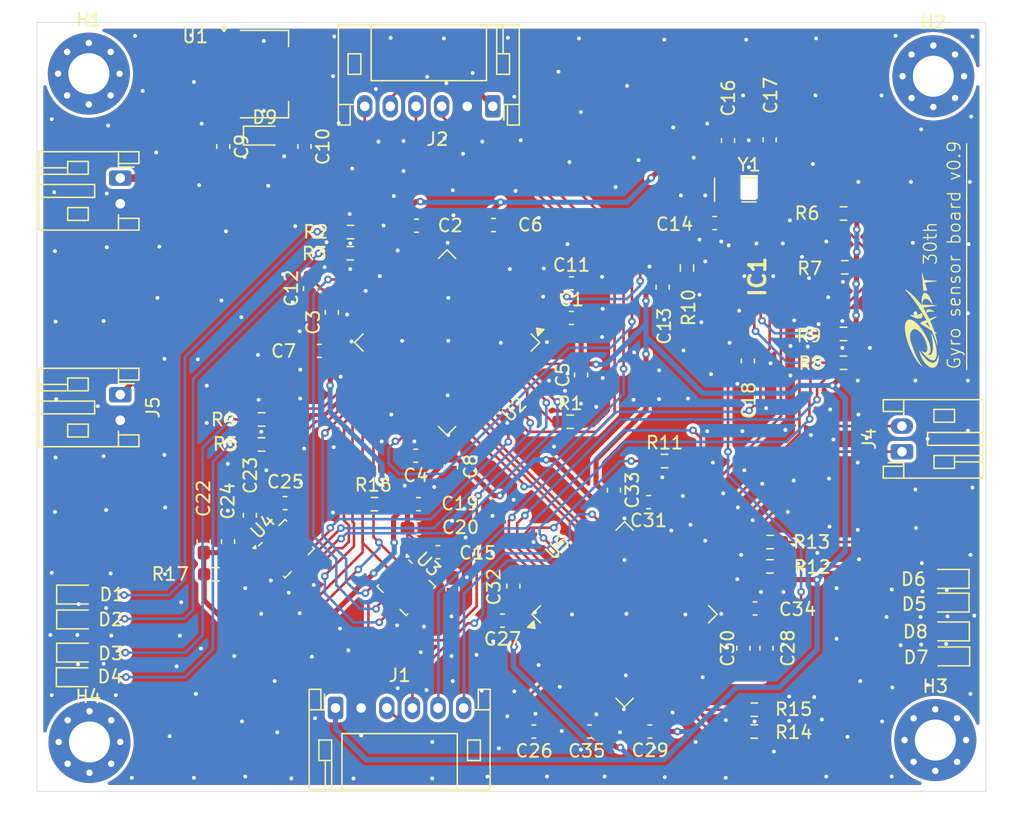
<source format=kicad_pcb>
(kicad_pcb (version 20240108) (generator "pcbnew") (generator_version "8.0")
  (layers (0 "F.Cu" signal) (31 "B.Cu" signal) (34 "B.Paste" user) (35 "F.Paste" user) (36 "B.SilkS" user "B.Silkscreen") (37 "F.SilkS" user "F.Silkscreen") (38 "B.Mask" user) (39 "F.Mask" user) (44 "Edge.Cuts" user))
  (net 0 "")
  (net 1 "+3.3V")
  (net 2 "GND")
  (net 3 "VCC")
  (net 4 "STL-3_1")
  (net 5 "Net-(U2-VCAP_1)")
  (net 6 "Net-(IC1-XIN32)")
  (net 7 "Net-(IC1-XOUT32{slash}CLKSEL1)")
  (net 8 "Net-(IC1-CAP)")
  (net 9 "Net-(U3-REGOUT)")
  (net 10 "Net-(U4-REGOUT)")
  (net 11 "STL-3")
  (net 12 "Net-(U5-VCAP_1)")
  (net 13 "Net-(D1-A)")
  (net 14 "Net-(D2-A)")
  (net 15 "Net-(D3-A)")
  (net 16 "Net-(D4-A)")
  (net 17 "Net-(D5-A)")
  (net 18 "Net-(D6-A)")
  (net 19 "Net-(D7-A)")
  (net 20 "Net-(D8-A)")
  (net 23 "INT")
  (net 25 "BOOTN")
  (net 26 "SCL")
  (net 33 "RST")
  (net 34 "SDA")
  (net 39 "CLKSEL")
  (net 40 "STL-6")
  (net 41 "STL-5")
  (net 42 "STL-4")
  (net 43 "STL-6_1")
  (net 44 "STL-5_1")
  (net 45 "STL-4_1")
  (net 46 "TX1")
  (net 47 "RX1")
  (net 48 "Net-(U2-BOOT0)")
  (net 49 "Net-(U2-PA5)")
  (net 50 "Net-(U2-PA7)")
  (net 51 "Net-(U2-PB13)")
  (net 52 "Net-(U2-PB15)")
  (net 53 "Net-(U5-BOOT0)")
  (net 54 "Net-(U5-PB13)")
  (net 55 "Net-(U5-PB15)")
  (net 56 "Net-(U5-PA5)")
  (net 57 "Net-(U5-PA7)")
  (net 58 "SDA1")
  (net 59 "SCL1")
  (net 60 "AD0_2")
  (net 63 "CS")
  (net 65 "FSYNC")
  (net 66 "INT1")
  (net 75 "AD0_1")
  (net 88 "RX")
  (net 90 "INT2")
  (net 91 "TX")
  (net 97 "CS1")
  (net 100 "FSYNC1")
  (footprint "Capacitor_SMD:C_0603_1608Metric_Pad1.08x0.95mm_HandSolder" (layer "F.Cu") (at 121.5125 73.563625)
    (property "Reference" "C4")
    (property "Value" "0.1uC")
  )
  (footprint "Connector_JST:JST_PH_S2B-PH-K_1x02_P2.00mm_Horizontal" (layer "F.Cu") (at 98.45 51.9 -90)
    (property "Reference" "J3" (hide yes))
    (property "Value" "Power")
  )
  (footprint "Resistor_SMD:R_0603_1608Metric_Pad0.98x0.95mm_HandSolder" (layer "F.Cu") (at 116.4125 56.113625)
    (property "Reference" "R2")
    (property "Value" "1kR")
  )
  (footprint "BNO085:BNO085" (layer "F.Cu") (at 148.176713 59.59691 90)
    (property "Reference" "IC1")
    (property "Value" "BNO085" (hide yes))
  )
  (footprint "MountingHole:MountingHole_3.2mm_M3_Pad_Via" (layer "F.Cu") (at 96 43.75)
    (property "Reference" "H1")
    (property "Value" "MountingHole_Pad")
  )
  (footprint "Diode_SMD:D_0603_1608Metric_Pad1.05x0.95mm_HandSolder" (layer "F.Cu") (at 163.05 87.275 180)
    (property "Reference" "D8")
    (property "Value" "IR26")
  )
  (footprint "Capacitor_SMD:C_0603_1608Metric_Pad1.08x0.95mm_HandSolder" (layer "F.Cu") (at 147.076713 88.58441 90)
    (property "Reference" "C30")
    (property "Value" "0.1uC")
  )
  (footprint "Capacitor_SMD:C_0603_1608Metric_Pad1.08x0.95mm_HandSolder" (layer "F.Cu") (at 133.6625 60.113625)
    (property "Reference" "C11")
    (property "Value" "0.1uC")
  )
  (footprint "Resistor_SMD:R_0603_1608Metric_Pad0.98x0.95mm_HandSolder" (layer "F.Cu") (at 154.889213 66.30991 180)
    (property "Reference" "R8")
    (property "Value" "10kR")
  )
  (footprint "Capacitor_SMD:C_0603_1608Metric_Pad1.08x0.95mm_HandSolder" (layer "F.Cu") (at 147.989213 85.48441 180)
    (property "Reference" "C34")
    (property "Value" "0.1uC")
  )
  (footprint "Diode_SMD:D_0603_1608Metric_Pad1.05x0.95mm_HandSolder" (layer "F.Cu") (at 163.075 89.225 180)
    (property "Reference" "D7")
    (property "Value" "IR26")
  )
  (footprint "Capacitor_SMD:C_0603_1608Metric_Pad1.08x0.95mm_HandSolder" (layer "F.Cu") (at 148.876713 88.58441 90)
    (property "Reference" "C28")
    (property "Value" "4.7uC")
  )
  (footprint "Capacitor_SMD:C_0603_1608Metric_Pad1.08x0.95mm_HandSolder" (layer "F.Cu") (at 136.976713 76.24691 -90)
    (property "Reference" "C33")
    (property "Value" "0.1uC")
  )
  (footprint "Connector_JST:JST_PH_S6B-PH-K_1x06_P2.00mm_Horizontal" (layer "F.Cu") (at 115.25 93.25)
    (property "Reference" "J1")
    (property "Value" "Conn_01x06_Pin")
  )
  (footprint "Resistor_SMD:R_0603_1608Metric_Pad0.98x0.95mm_HandSolder" (layer "F.Cu") (at 133.5625 70.913625)
    (property "Reference" "R1")
    (property "Value" "10kR")
  )
  (footprint "Resistor_SMD:R_0603_1608Metric_Pad0.98x0.95mm_HandSolder" (layer "F.Cu") (at 147.926713 95.08441 180)
    (property "Reference" "R14")
    (property "Value" "1kR")
  )
  (footprint "Package_QFP:LQFP-64_10x10mm_P0.5mm" (layer "F.Cu") (at 123.955661 64.731124 -135)
    (property "Reference" "U2")
    (property "Value" "STM32F446RETx")
  )
  (footprint "Resistor_SMD:R_0603_1608Metric_Pad0.98x0.95mm_HandSolder" (layer "F.Cu") (at 140.926713 73.98441)
    (property "Reference" "R11")
    (property "Value" "10kR")
  )
  (footprint "Diode_SMD:D_0603_1608Metric_Pad1.05x0.95mm_HandSolder" (layer "F.Cu") (at 95.15 88.93)
    (property "Reference" "D3")
    (property "Value" "IR26")
  )
  (footprint "Capacitor_SMD:C_0603_1608Metric_Pad1.08x0.95mm_HandSolder" (layer "F.Cu") (at 144.839213 55.40991)
    (property "Reference" "C14")
    (property "Value" "0.1uC")
  )
  (footprint "Capacitor_SMD:C_0603_1608Metric_Pad1.08x0.95mm_HandSolder" (layer "F.Cu") (at 145.876713 48.95991 -90)
    (property "Reference" "C16")
    (property "Value" "22pC")
  )
  (footprint "MountingHole:MountingHole_3.2mm_M3_Pad_Via" (layer "F.Cu") (at 161.897056 43.952944)
    (property "Reference" "H2")
    (property "Value" "MountingHole_Pad")
  )
  (footprint "Resistor_SMD:R_0603_1608Metric_Pad0.98x0.95mm_HandSolder" (layer "F.Cu") (at 109.476713 70.73441)
    (property "Reference" "R4")
    (property "Value" "1kR")
  )
  (footprint "Connector_JST:JST_PH_S2B-PH-K_1x02_P2.00mm_Horizontal" (layer "F.Cu") (at 159.45 73.25 90)
    (property "Reference" "J4")
    (property "Value" "UART0")
  )
  (footprint "Capacitor_SMD:C_0603_1608Metric_Pad1.08x0.95mm_HandSolder" (layer "F.Cu") (at 113.2625 60.526125 -90)
    (property "Reference" "C12")
    (property "Value" "4.7uC")
  )
  (footprint "Capacitor_SMD:C_0603_1608Metric_Pad1.08x0.95mm_HandSolder" (layer "F.Cu") (at 140.776713 60.40991 90)
    (property "Reference" "C13")
    (property "Value" "0.1uC")
  )
  (footprint "Capacitor_SMD:C_0603_1608Metric_Pad1.08x0.95mm_HandSolder" (layer "F.Cu") (at 106.8625 80.263625 -90)
    (property "Reference" "C24")
    (property "Value" "10nC")
  )
  (footprint "Capacitor_SMD:C_0603_1608Metric_Pad1.08x0.95mm_HandSolder" (layer "F.Cu") (at 133.6625 62.813625)
    (property "Reference" "C1")
    (property "Value" "4.7uC")
  )
  (footprint "Capacitor_SMD:C_0603_1608Metric_Pad1.08x0.95mm_HandSolder" (layer "F.Cu") (at 121.5625 55.613625 180)
    (property "Reference" "C2")
    (property "Value" "0.1uC")
  )
  (footprint "Diode_SMD:D_0603_1608Metric_Pad1.05x0.95mm_HandSolder" (layer "F.Cu") (at 109.726713 48.58441)
    (property "Reference" "D9")
    (property "Value" "D")
  )
  (footprint "Capacitor_SMD:C_0603_1608Metric_Pad1.08x0.95mm_HandSolder" (layer "F.Cu") (at 128.276713 86.43441 180)
    (property "Reference" "C27")
    (property "Value" "4.7uC")
  )
  (footprint "Resistor_SMD:R_0603_1608Metric_Pad0.98x0.95mm_HandSolder" (layer "F.Cu") (at 154.889213 54.65991 180)
    (property "Reference" "R6")
    (property "Value" "2.2kR")
  )
  (footprint "Resistor_SMD:R_0603_1608Metric_Pad0.98x0.95mm_HandSolder" (layer "F.Cu") (at 116.4 57.763625)
    (property "Reference" "R3")
    (property "Value" "1kR")
  )
  (footprint "Capacitor_SMD:C_0603_1608Metric_Pad1.08x0.95mm_HandSolder" (layer "F.Cu") (at 123.237652 81.093866)
    (property "Reference" "C15")
    (property "Value" "2.2uC")
  )
  (footprint "Package_TO_SOT_SMD:SOT-223-3_TabPin2" (layer "F.Cu") (at 109.676713 43.78441)
    (property "Reference" "U1")
    (property "Value" "Regulator")
  )
  (footprint "Diode_SMD:D_0603_1608Metric_Pad1.05x0.95mm_HandSolder" (layer "F.Cu") (at 163.025 83.175 180)
    (property "Reference" "D6")
    (property "Value" "IR26")
  )
  (footprint "MountingHole:MountingHole_3.2mm_M3_Pad_Via" (layer "F.Cu") (at 162.052944 95.752944)
    (property "Reference" "H3")
    (property "Value" "MountingHole_Pad")
  )
  (footprint "Resistor_SMD:R_0603_1608Metric_Pad0.98x0.95mm_HandSolder" (layer "F.Cu") (at 105.9125 82.813625)
    (property "Reference" "R17")
    (property "Value" "2.2kR")
  )
  (footprint "Connector_JST:JST_PH_S2B-PH-K_1x02_P2.00mm_Horizontal" (layer "F.Cu") (at 98.45 68.8 -90)
    (property "Reference" "J5")
    (property "Value" "3.3v")
  )
  (footprint "Capacitor_SMD:C_0603_1608Metric_Pad1.08x0.95mm_HandSolder" (layer "F.Cu") (at 112.826713 49.43441 -90)
    (property "Reference" "C10")
    (property "Value" "10uC")
  )
  (footprint "Capacitor_SMD:C_0603_1608Metric_Pad1.08x0.95mm_HandSolder" (layer "F.Cu") (at 139.676713 77.18441 180)
    (property "Reference" "C31")
    (property "Value" "0.1uC")
  )
  (footprint "Capacitor_SMD:C_0603_1608Metric_Pad1.08x0.95mm_HandSolder" (layer "F.Cu") (at 124.2625 74.426125 90)
    (property "Reference" "C8")
    (property "Value" "0.1uC")
  )
  (footprint "Resistor_SMD:R_0603_1608Metric_Pad0.98x0.95mm_HandSolder" (layer "F.Cu") (at 142.676713 58.90991 -90)
    (property "Reference" "R10")
    (property "Value" "10kR")
  )
  (footprint "Diode_SMD:D_0603_1608Metric_Pad1.05x0.95mm_HandSolder" (layer "F.Cu") (at 163.025 85.025 180)
    (property "Reference" "D5")
    (property "Value" "IR26")
  )
  (footprint "Capacitor_SMD:C_0603_1608Metric_Pad1.08x0.95mm_HandSolder" (layer "F.Cu") (at 127.575 55.563625 180)
    (property "Reference" "C6")
    (property "Value" "0.1uC")
  )
  (footprint "Capacitor_SMD:C_0603_1608Metric_Pad1.08x0.95mm_HandSolder" (layer "F.Cu") (at 113.976713 65.38441)
    (property "Reference" "C7")
    (property "Value" "0.1uC")
  )
  (footprint "Capacitor_SMD:C_0603_1608Metric_Pad1.08x0.95mm_HandSolder" (layer "F.Cu") (at 139.776713 95.08441)
    (property "Reference" "C29")
    (property "Value" "0.1uC")
  )
  (footprint "Resistor_SMD:R_0603_1608Metric_Pad0.98x0.95mm_HandSolder" (layer "F.Cu") (at 109.476713 72.68441)
    (property "Reference" "R5")
    (property "Value" "1kR")
  )
  (footprint "Capacitor_SMD:C_0603_1608Metric_Pad1.08x0.95mm_HandSolder" (layer "F.Cu") (at 104.9625 80.263625 90)
    (property "Reference" "C22")
    (property "Value" "0.1uC")
  )
  (footprint "Capacitor_SMD:C_0603_1608Metric_Pad1.08x0.95mm_HandSolder" (layer "F.Cu") (at 121.725152 77.343866)
    (property "Reference" "C19")
    (property "Value" "0.1uC")
  )
  (footprint "Capacitor_SMD:C_0603_1608Metric_Pad1.08x0.95mm_HandSolder" (layer "F.Cu") (at 134.4125 67.263625 90)
    (property "Reference" "C5")
    (property "Value" "0.1uC")
  )
  (footprint "Crystal:Crystal_SMD_MicroCrystal_CC7V-T1A-2Pin_3.2x1.5mm_HandSoldering" (layer "F.Cu") (at 147.526713 52.80991)
    (property "Reference" "Y1")
    (property "Value" "32.768KHZ")
  )
  (footprint "Capacitor_SMD:C_0603_1608Metric_Pad1.08x0.95mm_HandSolder" (layer "F.Cu") (at 108.5625 78.213625 90)
    (property "Reference" "C23")
    (property "Value" "2.2uC")
  )
  (footprint "Capacitor_SMD:C_0603_1608Metric_Pad1.08x0.95mm_HandSolder" (layer "F.Cu") (at 106.486713 49.43441 -90)
    (property "Reference" "C9")
    (property "Value" "10uC")
  )
  (footprint "Capacitor_SMD:C_0603_1608Metric_Pad1.08x0.95mm_HandSolder" (layer "F.Cu") (at 130.726713 95.08441)
    (property "Reference" "C26")
    (property "Value" "0.1uC")
  )
  (footprint "Capacitor_SMD:C_0603_1608Metric_Pad1.08x0.95mm_HandSolder" (layer "F.Cu") (at 147.426713 66.17241 -90)
    (property "Reference" "C18")
    (property "Value" "0.1uC")
  )
  (footprint "Diode_SMD:D_0603_1608Metric_Pad1.05x0.95mm_HandSolder" (layer "F.Cu") (at 95.15 86.34)
    (property "Reference" "D2")
    (property "Value" "IR26")
  )
  (footprint "Resistor_SMD:R_0603_1608Metric_Pad0.98x0.95mm_HandSolder" (layer "F.Cu") (at 149.15 80.3 180)
    (property "Reference" "R13")
    (property "Value" "1kR")
  )
  (footprint "Capacitor_SMD:C_0603_1608Metric_Pad1.08x0.95mm_HandSolder" (layer "F.Cu") (at 129.126713 83.73441 -90)
    (property "Reference" "C32")
    (property "Value" "0.1uC")
  )
  (footprint "Capacitor_SMD:C_0603_1608Metric_Pad1.08x0.95mm_HandSolder" (layer "F.Cu") (at 111.3125 77.263625)
    (property "Reference" "C25")
    (property "Value" "0.1uC")
  )
  (footprint "Capacitor_SMD:C_0603_1608Metric_Pad1.08x0.95mm_HandSolder" (layer "F.Cu") (at 149.126713 48.90991 -90)
    (property "Reference" "C17")
    (property "Value" "22pC")
  )
  (footprint "MountingHole:MountingHole_3.2mm_M3_Pad_Via" (layer "F.Cu") (at 96.047056 95.902944)
    (property "Reference" "H4")
    (property "Value" "MountingHole_Pad")
  )
  (footprint "Capacitor_SMD:C_0603_1608Metric_Pad1.08x0.95mm_HandSolder" (layer "F.Cu") (at 114.9625 62.376125 -90)
    (property "Reference" "C3")
    (property "Value" "0.1uC")
  )
  (footprint "Package_QFP:LQFP-64_10x10mm_P0.5mm" (layer "F.Cu") (at 137.802107 85.934678 45)
    (property "Reference" "U5")
    (property "Value" "STM32F446RETx")
  )
  (footprint "Resistor_SMD:R_0603_1608Metric_Pad0.98x0.95mm_HandSolder" (layer "F.Cu") (at 118.275152 77.343866 180)
    (property "Reference" "R16")
    (property "Value" "2.2kR")
  )
  (footprint "Connector_JST:JST_PH_S6B-PH-K_1x06_P2.00mm_Horizontal" (layer "F.Cu") (at 127.526713 46.3 180)
    (property "Reference" "J2")
    (property "Value" "Conn_01x06_Pin")
  )
  (footprint "Rapt_logo:Rapt_logo" (layer "F.Cu") (at 160.52695 63.09541 90)
    (property "Reference" "G***" (hide yes))
    (property "Value" "LOGO" (hide yes))
  )
  (footprint "Diode_SMD:D_0603_1608Metric_Pad1.05x0.95mm_HandSolder" (layer "F.Cu") (at 95.125 90.85)
    (property "Reference" "D4")
    (property "Value" "IR26")
  )
  (footprint "Resistor_SMD:R_0603_1608Metric_Pad0.98x0.95mm_HandSolder" (layer "F.Cu") (at 147.926713 93.38441 180)
    (property "Reference" "R15")
    (property "Value" "1kR")
  )
  (footprint "Resistor_SMD:R_0603_1608Metric_Pad0.98x0.95mm_HandSolder" (layer "F.Cu") (at 154.889213 64.05991 180)
    (property "Reference" "R9")
    (property "Value" "10kR")
  )
  (footprint "Package_LGA:LGA-16_3x3mm_P0.5mm_LayoutBorder3x5y" (layer "F.Cu") (at 111.3125 80.813625 45)
    (property "Reference" "U4")
    (property "Value" "ICM-20602")
  )
  (footprint "Resistor_SMD:R_0603_1608Metric_Pad0.98x0.95mm_HandSolder" (layer "F.Cu") (at 154.989213 58.85991 180)
    (property "Reference" "R7")
    (property "Value" "2.2kR")
  )
  (footprint "Capacitor_SMD:C_0603_1608Metric_Pad1.08x0.95mm_HandSolder" (layer "F.Cu") (at 124.375152 83.956366 -90)
    (property "Reference" "C21" (hide yes))
    (property "Value" "0.1uC")
  )
  (footprint "Capacitor_SMD:C_0603_1608Metric_Pad1.08x0.95mm_HandSolder" (layer "F.Cu") (at 135.076713 95.08441)
    (property "Reference" "C35")
    (property "Value" "0.1uC")
  )
  (footprint "Package_LGA:LGA-16_3x3mm_P0.5mm_LayoutBorder3x5y" (layer "F.Cu") (at 120.7625 83.763625 -45)
    (property "Reference" "U3")
    (property "Value" "ICM-20602")
  )
  (footprint "Resistor_SMD:R_0603_1608Metric_Pad0.98x0.95mm_HandSolder" (layer "F.Cu") (at 149.15 82.2 180)
    (property "Reference" "R12")
    (property "Value" "1kR")
  )
  (footprint "Capacitor_SMD:C_0603_1608Metric_Pad1.08x0.95mm_HandSolder" (layer "F.Cu") (at 121.725152 79.193866)
    (property "Reference" "C20")
    (property "Value" "10nC")
  )
  (footprint "Diode_SMD:D_0603_1608Metric_Pad1.05x0.95mm_HandSolder" (layer "F.Cu") (at 95.15 84.4)
    (property "Reference" "D1")
    (property "Value" "IR26")
  )
  (gr_line (start 164.5 66.85) (end 164.5 49.2) (stroke (width 0.1)) (layer "F.SilkS"))
  (gr_rect (start 91.95 39.75) (end 166 99.75) (stroke (width 0.05)) (fill none) (layer "Edge.Cuts"))
  (gr_text "Gyro sensor board v0.9" (at 164.1 66.9 90) (layer "F.SilkS") (effects (font (size 1 1) (thickness 0.1)) (justify left bottom)))
  (gr_text "30th" (at 162.25 58.75 90) (layer "F.SilkS") (effects (font (size 1 1) (thickness 0.1)) (justify left bottom)))
  (segment (start 117.29118 63.369943) (end 115.093818 63.369943) (width 0.2) (layer "F.Cu") (net 1))
  (segment (start 123.926713 42.7) (end 127.526713 46.3) (width 0.4) (layer "F.Cu") (net 1))
  (segment (start 127.276713 58.228092) (end 126.377502 59.127303) (width 0.2) (layer "F.Cu") (net 1))
  (segment (start 140.776713 50.43441) (end 140.776713 50.98441) (width 0.4) (layer "F.Cu") (net 1))
  (segment (start 122.75 42.7) (end 113.911123 42.7) (width 0.4) (layer "F.Cu") (net 1))
  (segment (start 129.126713 84.59691) (end 131.114213 84.59691) (width 0.2) (layer "F.Cu") (net 1))
  (segment (start 143.276713 54.35991) (end 142.676713 54.95991) (width 0.4) (layer "F.Cu") (net 1))
  (segment (start 119.826713 80.33441) (end 119.776713 80.28441) (width 0.2) (layer "F.Cu") (net 1))
  (segment (start 155.901713 57.68491) (end 155.926713 57.65991) (width 0.2) (layer "F.Cu") (net 1))
  (segment (start 144.651713 54.35991) (end 143.276713 54.35991) (width 0.4) (layer "F.Cu") (net 1))
  (segment (start 148.226713 83.23441) (end 152.826713 83.23441) (width 0.4) (layer "F.Cu") (net 1))
  (segment (start 131.676713 73.88441) (end 132.276713 73.88441) (width 0.4) (layer "F.Cu") (net 1))
  (segment (start 100.176713 65.173287) (end 114.5 50.85) (width 0.4) (layer "F.Cu") (net 1))
  (segment (start 147.526713 83.93441) (end 148.226713 83.23441) (width 0.4) (layer "F.Cu") (net 1))
  (segment (start 145.701713 55.40991) (end 144.651713 54.35991) (width 0.4) (layer "F.Cu") (net 1))
  (segment (start 129.139213 86.43441) (end 130.276177 86.43441) (width 0.2) (layer "F.Cu") (net 1))
  (segment (start 120.862652 79.581366) (end 120.862652 79.193866) (width 0.2) (layer "F.Cu") (net 1))
  (segment (start 135.576713 75.78441) (end 135.576713 73.88441) (width 0.4) (layer "F.Cu") (net 1))
  (segment (start 139.476713 60.84741) (end 140.776713 59.54741) (width 0.4) (layer "F.Cu") (net 1))
  (segment (start 122.59448 73.344145) (end 122.375 73.563625) (width 0.2) (layer "F.Cu") (net 1))
  (segment (start 130.928962 66.401125) (end 130.620142 66.092305) (width 0.2) (layer "F.Cu") (net 1))
  (segment (start 114.839213 65.38441) (end 114.839213 67.52191) (width 0.4) (layer "F.Cu") (net 1))
  (segment (start 138.814213 77.18441) (end 138.814213 78.921122) (width 0.2) (layer "F.Cu") (net 1))
  (segment (start 131.114213 84.59691) (end 131.137626 84.573497) (width 0.2) (layer "F.Cu") (net 1))
  (segment (start 134.4125 66.401125) (end 134.4125 64.426125) (width 0.4) (layer "F.Cu") (net 1))
  (segment (start 135.380266 91.538499) (end 134.809343 92.109422) (width 0.2) (layer "F.Cu") (net 1))
  (segment (start 140.776713 50.43441) (end 133.042303 42.7) (width 0.4) (layer "F.Cu") (net 1))
  (segment (start 144.892639 87.72191) (end 144.466588 87.295859) (width 0.2) (layer "F.Cu") (net 1))
  (segment (start 105 84.857697) (end 105 82.813625) (width 0.4) (layer "F.Cu") (net 1))
  (segment (start 120.786169 77.343866) (end 118.876713 75.43441) (width 0.4) (layer "F.Cu") (net 1))
  (segment (start 121.275152 82.543866) (end 121.275152 82.193866) (width 0.2) (layer "F.Cu") (net 1))
  (segment (start 120.862652 81.931061) (end 120.603401 82.190312) (width 0.2) (layer "F.Cu") (net 1))
  (segment (start 138.814213 78.921122) (end 139.163288 79.270197) (width 0.2) (layer "F.Cu") (net 1))
  (segment (start 147.126713 84.33441) (end 147.526713 83.93441) (width 0.4) (layer "F.Cu") (net 1))
  (segment (start 136.976713 77.10941) (end 136.901713 77.10941) (width 0.2) (layer "F.Cu") (net 1))
  (segment (start 120.7 57.586375) (end 121.887374 58.773749) (width 0.2) (layer "F.Cu") (net 1))
  (segment (start 112.826713 43.78441) (end 112.826713 48.57191) (width 0.4) (layer "F.Cu") (net 1))
  (segment (start 120.862652 76.963473) (end 124.2625 73.563625) (width 0.4) (layer "F.Cu") (net 1))
  (segment (start 126.7125 55.563625) (end 126.7125 55.198623) (width 0.4) (layer "F.Cu") (net 1))
  (segment (start 141.126713 59.54741) (end 142.676713 57.99741) (width 0.4) (layer "F.Cu") (net 1))
  (segment (start 134.809343 93.95454) (end 135.939213 95.08441) (width 0.2) (layer "F.Cu") (net 1))
  (segment (start 114.839213 68.07191) (end 114.826713 68.08441) (width 0.2) (layer "F.Cu") (net 1))
  (segment (start 140.776713 50.98441) (end 139.876713 51.88441) (width 0.4) (layer "F.Cu") (net 1))
  (segment (start 147.076713 85.53441) (end 147.126713 85.48441) (width 0.2) (layer "F.Cu") (net 1))
  (segment (start 135.576713 73.88441) (end 138.926713 70.53441) (width 0.4) (layer "F.Cu") (net 1))
  (segment (start 129.176713 86.47191) (end 129.139213 86.43441) (width 0.4) (layer "F.Cu") (net 1))
  (segment (start 135.501713 77.10941) (end 136.976713 77.10941) (width 0.4) (layer "F.Cu") (net 1))
  (segment (start 137.476713 96.33441) (end 137.189213 96.33441) (width 0.4) (layer "F.Cu") (net 1))
  (segment (start 139.476713 69.98441) (end 139.476713 65.63441) (width 0.4) (layer "F.Cu") (net 1))
  (segment (start 120.7 55.613625) (end 120.7 57.586375) (width 0.2) (layer "F.Cu") (net 1))
  (segment (start 135.543428 66.401125) (end 135.576713 66.43441) (width 0.2) (layer "F.Cu") (net 1))
  (segment (start 120.862652 77.343866) (end 120.862652 76.963473) (width 0.2) (layer "F.Cu") (net 1))
  (segment (start 104.9625 81.126125) (end 106.8625 81.126125) (width 0.4) (layer "F.Cu") (net 1))
  (segment (start 126.7125 55.563625) (end 126.7125 56.220197) (width 0.2) (layer "F.Cu") (net 1))
  (segment (start 155.901713 58.85991) (end 155.901713 60.13491) (width 0.4) (layer "F.Cu") (net 1))
  (segment (start 123.25 42.7) (end 122.75 42.7) (width 0.4) (layer "F.Cu") (net 1))
  (segment (start 132.8 62.813625) (end 131.17646 62.813625) (width 0.2) (layer "F.Cu") (net 1))
  (segment (start 122.375152 81.093866) (end 120.862652 79.581366) (width 0.2) (layer "F.Cu") (net 1))
  (segment (start 122.59448 71.395605) (end 122.59448 73.344145) (width 0.2) (layer "F.Cu") (net 1))
  (segment (start 144.026213 59.34691) (end 145.863713 59.34691) (width 0.2) (layer "F.Cu") (net 1))
  (segment (start 113.911123 42.7) (end 112.826713 43.78441) (width 0.4) (layer "F.Cu") (net 1))
  (segment (start 137.189213 96.33441) (end 135.939213 95.08441) (width 0.4) (layer "F.Cu") (net 1))
  (segment (start 126.7125 56.220197) (end 127.276713 56.78441) (width 0.2) (layer "F.Cu") (net 1))
  (segment (start 126.7125 55.198623) (end 128.126713 53.78441) (width 0.4) (layer "F.Cu") (net 1))
  (segment (start 141.926713 95.08441) (end 140.639213 95.08441) (width 0.4) (layer "F.Cu") (net 1))
  (segment (start 108.5625 79.076125) (end 108.867893 79.076125) (width 0.2) (layer "F.Cu") (net 1))
  (segment (start 134.809343 92.109422) (end 134.809343 93.95454) (width 0.2) (layer "F.Cu") (net 1))
  (segment (start 155.926713 54.78491) (end 155.801713 54.65991) (width 0.2) (layer "F.Cu") (net 1))
  (segment (start 134.4125 66.401125) (end 130.928962 66.401125) (width 0.2) (layer "F.Cu") (net 1))
  (segment (start 106.526713 43.78441) (end 112.826713 43.78441) (width 0.4) (layer "F.Cu") (net 1))
  (segment (start 132.276713 73.88441) (end 135.501713 77.10941) (width 0.4) (layer "F.Cu") (net 1))
  (segment (start 122.375152 81.093866) (end 122.475152 81.093866) (width 0.2) (layer "F.Cu") (net 1))
  (segment (start 127.629826 76.679826) (end 124.513625 73.563625) (width 0.4) (layer "F.Cu") (net 1))
  (segment (start 100.176713 65.173287) (end 100.176713 67.073287) (width 0.4) (layer "F.Cu") (net 1))
  (segment (start 155.801713 66.30991) (end 155.801213 66.30991) (width 0.2) (layer "F.Cu") (net 1))
  (segment (start 129.176713 88.48441) (end 129.176713 86.47191) (width 0.4) (layer "F.Cu") (net 1))
  (segment (start 155.901713 63.95991) (end 155.801713 64.05991) (width 0.2) (layer "F.Cu") (net 1))
  (segment (start 138.814213 77.18441) (end 137.051713 77.18441) (width 0.4) (layer "F.Cu") (net 1))
  (segment (start 123.25 42.7) (end 123.926713 42.7) (width 0.4) (layer "F.Cu") (net 1))
  (segment (start 134.4125 66.401125) (end 135.543428 66.401125) (width 0.4) (layer "F.Cu") (net 1))
  (segment (start 140.776713 59.63441) (end 140.776713 53.33441) (width 0.4) (layer "F.Cu") (net 1))
  (segment (start 147.076713 87.72191) (end 147.076713 85.53441) (width 0.4) (layer "F.Cu") (net 1))
  (segment (start 131.17646 62.813625) (end 130.620142 63.369943) (width 0.2) (layer "F.Cu") (net 1))
  (segment (start 106.8625 81.126125) (end 109.585786 81.126125) (width 0.2) (layer "F.Cu") (net 1))
  (segment (start 146.426713 56.13491) (end 146.426713 58.03391) (width 0.2) (layer "F.Cu") (net 1))
  (segment (start 142.676713 57.99741) (end 144.026213 59.34691) (width 0.2) (layer "F.Cu") (net 1))
  (segment (start 138.926713 70.53441) (end 139.476713 69.98441) (width 0.4) (layer "F.Cu") (net 1))
  (segment (start 155.801213 66.30991) (end 154.026713 68.08441) (width 0.4) (layer "F.Cu") (net 1))
  (segment (start 108.5625 79.426125) (end 108.5625 79.076125) (width 0.2) (layer "F.Cu") (net 1))
  (segment (start 120.726713 55.586912) (end 120.7 55.613625) (width 0.4) (layer "F.Cu") (net 1))
  (segment (start 120.862652 79.193866) (end 120.862652 81.931061) (width 0.2) (layer "F.Cu") (net 1))
  (segment (start 104.9625 82.776125) (end 105 82.813625) (width 0.2) (layer "F.Cu") (net 1))
  (segment (start 128.079826 76.679826) (end 127.629826 76.679826) (width 0.4) (layer "F.Cu") (net 1))
  (segment (start 133.042303 42.7) (end 123.25 42.7) (width 0.4) (layer "F.Cu") (net 1))
  (segment (start 127.276713 56.78441) (end 127.276713 58.228092) (width 0.2) (layer "F.Cu") (net 1))
  (segment (start 114.839213 63.361912) (end 114.9625 63.238625) (width 0.2) (layer "F.Cu") (net 1))
  (segment (start 137.051713 77.18441) (end 136.976713 77.10941) (width 0.2) (layer "F.Cu") (net 1))
  (segment (start 142.676713 54.95991) (end 142.676713 57.99741) (width 0.4) (layer "F.Cu") (net 1))
  (segment (start 108.867893 79.076125) (end 110.092741 80.300973) (width 0.2) (layer "F.Cu") (net 1))
  (segment (start 147.076713 87.72191) (end 144.892639 87.72191) (width 0.2) (layer "F.Cu") (net 1))
  (segment (start 140.776713 53.33441) (end 140.776713 50.43441) (width 0.4) (layer "F.Cu") (net 1))
  (segment (start 120.726713 54.53441) (end 121.526713 53.73441) (width 0.4) (layer "F.Cu") (net 1))
  (segment (start 120.862652 77.343866) (end 120.786169 77.343866) (width 0.2) (layer "F.Cu") (net 1))
  (segment (start 134.4125 64.426125) (end 132.8 62.813625) (width 0.4) (layer "F.Cu") (net 1))
  (segment (start 116.876713 84.08441) (end 112.976713 87.98441) (width 0.4) (layer "F.Cu") (net 1))
  (segment (start 124.513625 73.563625) (end 124.2625 73.563625) (width 0.4) (layer "F.Cu") (net 1))
  (segment (start 155.901713 60.13491) (end 155.876713 60.15991) (width 0.2) (layer "F.Cu") (net 1))
  (segment (start 122.375 73.563625) (end 124.2625 73.563625) (width 0.4) (layer "F.Cu") (net 1))
  (segment (start 139.476713 61.48441) (end 139.476713 60.84741) (width 0.4) (layer "F.Cu") (net 1))
  (segment (start 109.585786 81.126125) (end 109.739187 80.972724) (width 0.2) (layer "F.Cu") (net 1))
  (segment (start 108.126713 87.98441) (end 105 84.857697) (width 0.4) (layer "F.Cu") (net 1))
  (segment (start 119.776713 78.429805) (end 120.862652 77.343866) (width 0.4) (layer "F.Cu") (net 1))
  (segment (start 129.139213 84.60941) (end 129.126713 84.59691) (width 0.2) (layer "F.Cu") (net 1))
  (segment (start 147.126713 85.48441) (end 147.126713 84.33441) (width 0.4) (layer "F.Cu") (net 1))
  (segment (start 106.8625 81.126125) (end 108.5625 79.426125) (width 0.4) (layer "F.Cu") (net 1))
  (segment (start 155.876713 63.98491) (end 155.801713 64.05991) (width 0.2) (layer "F.Cu") (net 1))
  (segment (start 140.639213 92.660872) (end 140.639213 95.08441) (width 0.2) (layer "F.Cu") (net 1))
  (segment (start 121.526713 53.73441) (end 121.876713 53.73441) (width 0.4) (layer "F.Cu") (net 1))
  (segment (start 155.876713 62.60991) (end 155.876713 63.98491) (width 0.4) (layer "F.Cu") (net 1))
  (segment (start 100.176713 67.073287) (end 98.45 68.8) (width 0.4) (layer "F.Cu") (net 1))
  (segment (start 155.901713 58.85991) (end 155.901713 57.68491) (width 0.4) (layer "F.Cu") (net 1))
  (segment (start 114.5 45.457697) (end 112.826713 43.78441) (width 0.4) (layer "F.Cu") (net 1))
  (segment (start 116.876713 83.99446) (end 116.876713 84.08441) (width 0.4) (layer "F.Cu") (net 1))
  (segment (start 120.726713 54.53441) (end 120.726713 55.586912) (width 0.4) (layer "F.Cu") (net 1))
  (segment (start 120.862652 77.343866) (end 119.187652 77.343866) (width 0.4) (layer "F.Cu") (net 1))
  (segment (start 117.159862 63.238625) (end 117.29118 63.369943) (width 0.2) (layer "F.Cu") (net 1))
  (segment (start 140.776713 59.54741) (end 141.126713 59.54741) (width 0.2) (layer "F.Cu") (net 1))
  (segment (start 155.801713 66.30991) (end 155.801713 64.05991) (width 0.4) (layer "F.Cu") (net 1))
  (segment (start 117.286763 83.58441) (end 116.876713 83.99446) (width 0.4) (layer "F.Cu") (net 1))
  (segment (start 112.976713 87.98441) (end 108.126713 87.98441) (width 0.4) (layer "F.Cu") (net 1))
  (segment (start 115.093818 63.369943) (end 114.9625 63.238625) (width 0.2) (layer "F.Cu") (net 1))
  (segment (start 129.139213 86.43441) (end 129.139213 84.60941) (width 0.4) (layer "F.Cu") (net 1))
  (segment (start 114.5 50.85) (end 114.5 45.457697) (width 0.4) (layer "F.Cu") (net 1))
  (segment (start 155.926713 55.90991) (end 155.926713 54.78491) (width 0.4) (layer "F.Cu") (net 1))
  (segment (start 104.9625 81.126125) (end 104.9625 82.776125) (width 0.4) (layer "F.Cu") (net 1))
  (segment (start 112.814213 48.58441) (end 112.826713 48.57191) (width 0.2) (layer "F.Cu") (net 1))
  (segment (start 110.601713 48.58441) (end 112.814213 48.58441) (width 0.4) (layer "F.Cu") (net 1))
  (segment (start 114.839213 65.38441) (end 114.839213 63.361912) (width 0.4) (layer "F.Cu") (net 1))
  (segment (start 121.275152 82.193866) (end 122.375152 81.093866) (width 0.2) (layer "F.Cu") (net 1))
  (segment (start 117.376713 83.58441) (end 117.286763 83.58441) (width 0.4) (layer "F.Cu") (net 1))
  (segment (start 114.839213 67.52191) (end 114.839213 68.07191) (width 0.4) (layer "F.Cu") (net 1))
  (segment (start 119.776713 80.28441) (end 119.776713 78.429805) (width 0.4) (layer "F.Cu") (net 1))
  (segment (start 130.276177 86.43441) (end 131.137626 87.295859) (width 0.2) (layer "F.Cu") (net 1))
  (segment (start 139.870394 91.892053) (end 140.639213 92.660872) (width 0.2) (layer "F.Cu") (net 1))
  (segment (start 118.226713 82.73441) (end 117.376713 83.58441) (width 0.4) (layer "F.Cu") (net 1))
  (segment (start 145.701713 55.40991) (end 146.426713 56.13491) (width 0.2) (layer "F.Cu") (net 1))
  (segment (start 120.862652 79.193866) (end 120.862652 77.343866) (width 0.4) (layer "F.Cu") (net 1))
  (segment (start 136.901713 77.10941) (end 135.576713 75.78441) (width 0.4) (layer "F.Cu") (net 1))
  (segment (start 140.776713 59.63441) (end 140.776713 59.54741) (width 0.2) (layer "F.Cu") (net 1))
  (via (at 155.876713 62.60991) (size 0.6) (drill 0.3) (layers "F.Cu" "B.Cu") (net 1))
  (via (at 129.176713 88.48441) (size 0.6) (drill 0.3) (layers "F.Cu" "B.Cu") (net 1))
  (via (at 128.126713 53.78441) (size 0.6) (drill 0.3) (layers "F.Cu" "B.Cu") (net 1))
  (via (at 139.476713 65.63441) (size 0.6) (drill 0.3) (layers "F.Cu" "B.Cu") (net 1))
  (via (at 139.476713 61.48441) (size 0.6) (drill 0.3) (layers "F.Cu" "B.Cu") (net 1))
  (via (at 152.826713 83.23441) (size 0.6) (drill 0.3) (layers "F.Cu" "B.Cu") (net 1))
  (via (at 155.926713 57.65991) (size 0.6) (drill 0.3) (layers "F.Cu" "B.Cu") (net 1))
  (via (at 155.926713 55.90991) (size 0.6) (drill 0.3) (layers "F.Cu" "B.Cu") (net 1))
  (via (at 131.676713 73.88441) (size 0.6) (drill 0.3) (layers "F.Cu" "B.Cu") (net 1))
  (via (at 121.876713 53.73441) (size 0.6) (drill 0.3) (layers "F.Cu" "B.Cu") (net 1))
  (via (at 137.476713 96.33441) (size 0.6) (drill 0.3) (layers "F.Cu" "B.Cu") (net 1))
  (via (at 118.226713 82.73441) (size 0.6) (drill 0.3) (layers "F.Cu" "B.Cu") (net 1))
  (via (at 128.079826 76.679826) (size 0.6) (drill 0.3) (layers "F.Cu" "B.Cu") (net 1))
  (via (at 114.826713 68.08441) (size 0.6) (drill 0.3) (layers "F.Cu" "B.Cu") (net 1))
  (via (at 155.876713 60.15991) (size 0.6) (drill 0.3) (layers "F.Cu" "B.Cu") (net 1))
  (via (at 119.826713 80.33441) (size 0.6) (drill 0.3) (layers "F.Cu" "B.Cu") (net 1))
  (via (at 141.926713 95.08441) (size 0.6) (drill 0.3) (layers "F.Cu" "B.Cu") (net 1))
  (via (at 139.876713 51.88441) (size 0.6) (drill 0.3) (layers "F.Cu" "B.Cu") (net 1))
  (via (at 154.026713 68.08441) (size 0.6) (drill 0.3) (layers "F.Cu" "B.Cu") (net 1))
  (via (at 135.576713 66.43441) (size 0.6) (drill 0.3) (layers "F.Cu" "B.Cu") (net 1))
  (via (at 118.876713 75.43441) (size 0.6) (drill 0.3) (layers "F.Cu" "B.Cu") (net 1))
  (segment (start 118.876713 74.200095) (end 118.876713 75.43441) (width 0.4) (layer "B.Cu") (net 1))
  (segment (start 150.776713 68.68441) (end 151.376713 68.08441) (width 0.4) (layer "B.Cu") (net 1))
  (segment (start 118.226713 82.73441) (end 119.826713 81.13441) (width 0.4) (layer "B.Cu") (net 1))
  (segment (start 128.079826 76.679826) (end 128.826713 75.932939) (width 0.4) (layer "B.Cu") (net 1))
  (segment (start 137.976713 53.78441) (end 122.376713 53.78441) (width 0.4) (layer "B.Cu") (net 1))
  (segment (start 129.126713 88.53441) (end 129.176713 88.48441) (width 0.4) (layer "B.Cu") (net 1))
  (segment (start 122.376713 53.78441) (end 121.926713 53.78441) (width 0.4) (layer "B.Cu") (net 1))
  (segment (start 138.426713 97.28441) (end 137.776713 97.28441) (width 0.4) (layer "B.Cu") (net 1))
  (segment (start 143.076713 95.08441) (end 140.876713 97.28441) (width 0.4) (layer "B.Cu") (net 1))
  (segment (start 146.526713 91.63441) (end 143.076713 95.08441) (width 0.4) (layer "B.Cu") (net 1))
  (segment (start 152.826713 83.23441) (end 155.026713 81.03441) (width 0.4) (layer "B.Cu") (net 1))
  (segment (start 136.376713 97.28441) (end 129.126713 90.03441) (width 0.4) (layer "B.Cu") (net 1))
  (segment (start 136.326713 66.43441) (end 139.476713 63.28441) (width 0.4) (layer "B.Cu") (net 1))
  (segment (start 139.876713 51.88441) (end 137.976713 53.78441) (width 0.4) (layer "B.Cu") (net 1))
  (segment (start 151.376713 68.08441) (end 154.026713 68.08441) (width 0.4) (layer "B.Cu") (net 1))
  (segment (start 152.826713 88.68441) (end 149.876713 91.63441) (width 0.4) (layer "B.Cu") (net 1))
  (segment (start 138.426713 97.28441) (end 137.476713 96.33441) (width 0.4) (layer "B.Cu") (net 1))
  (segment (start 155.876713 60.15991) (end 155.876713 62.60991) (width 0.4) (layer "B.Cu") (net 1))
  (segment (start 155.026713 69.08441) (end 154.026713 68.08441) (width 0.4) (layer "B.Cu") (net 1))
  (segment (start 143.876713 68.68441) (end 150.776713 68.68441) (width 0.4) (layer "B.Cu") (net 1))
  (segment (start 117.64446 97.28441) (end 115.25 94.88995) (width 0.4) (layer "B.Cu") (net 1))
  (segment (start 140.876713 97.28441) (end 138.426713 97.28441) (width 0.4) (layer "B.Cu") (net 1))
  (segment (start 114.826713 70.150095) (end 118.876713 74.200095) (width 0.4) (layer "B.Cu") (net 1))
  (segment (start 128.826713 75.84446) (end 130.786763 73.88441) (width 0.4) (layer "B.Cu") (net 1))
  (segment (start 139.476713 64.08441) (end 139.476713 64.28441) (width 0.4) (layer "B.Cu") (net 1))
  (segment (start 119.826713 81.13441) (end 119.826713 80.33441) (width 0.4) (layer "B.Cu") (net 1))
  (segment (start 121.926713 53.78441) (end 121.876713 53.73441) (width 0.4) (layer "B.Cu") (net 1))
  (segment (start 115.25 94.88995) (end 115.25 93.25) (width 0.4) (layer "B.Cu") (net 1))
  (segment (start 139.476713 64.28441) (end 143.876713 68.68441) (width 0.4) (layer "B.Cu") (net 1))
  (segment (start 129.126713 90.03441) (end 129.126713 88.53441) (width 0.4) (layer "B.Cu") (net 1))
  (segment (start 155.926713 57.65991) (end 155.926713 55.90991) (width 0.4) (layer "B.Cu") (net 1))
  (segment (start 139.476713 63.28441) (end 139.476713 61.48441) (width 0.4) (layer "B.Cu") (net 1))
  (segment (start 130.786763 73.88441) (end 131.676713 73.88441) (width 0.4) (layer "B.Cu") (net 1))
  (segment (start 155.026713 81.03441) (end 155.026713 69.08441) (width 0.4) (layer "B.Cu") (net 1))
  (segment (start 139.476713 64.08441) (end 139.476713 63.28441) (width 0.4) (layer "B.Cu") (net 1))
  (segment (start 139.476713 65.63441) (end 139.476713 64.08441) (width 0.4) (layer "B.Cu") (net 1))
  (segment (start 137.776713 97.28441) (end 136.376713 97.28441) (width 0.4) (layer "B.Cu") (net 1))
  (segment (start 143.076713 95.08441) (end 141.926713 95.08441) (width 0.4) (layer "B.Cu") (net 1))
  (segment (start 114.826713 68.08441) (end 114.826713 70.150095) (width 0.4) (layer "B.Cu") (net 1))
  (segment (start 128.826713 75.932939) (end 128.826713 75.84446) (width 0.4) (layer "B.Cu") (net 1))
  (segment (start 152.826713 83.23441) (end 152.826713 88.68441) (width 0.4) (layer "B.Cu") (net 1))
  (segment (start 149.876713 91.63441) (end 146.526713 91.63441) (width 0.4) (layer "B.Cu") (net 1))
  (segment (start 136.376713 97.28441) (end 117.64446 97.28441) (width 0.4) (layer "B.Cu") (net 1))
  (segment (start 135.576713 66.43441) (end 136.326713 66.43441) (width 0.4) (layer "B.Cu") (net 1))
  (segment (start 112.175 77.263625) (end 112.175 78.536911) (width 0.2) (layer "F.Cu") (net 2))
  (segment (start 140.539213 77.18441) (end 140.539213 78.601378) (width 0.2) (layer "F.Cu") (net 2))
  (segment (start 122.335813 83.922724) (end 123.231955 84.818866) (width 0.2) (layer "F.Cu") (net 2))
  (segment (start 106.8625 79.401125) (end 106.8625 79.051125) (width 0.2) (layer "F.Cu") (net 2))
  (segment (start 145.910533 89.44691) (end 147.076713 89.44691) (width 0.2) (layer "F.Cu") (net 2))
  (segment (start 108.5625 77.351125) (end 109.3375 78.126125) (width 0.2) (layer "F.Cu") (net 2))
  (segment (start 140.539213 78.601378) (end 139.516841 79.62375) (width 0.2) (layer "F.Cu") (net 2))
  (segment (start 122.657259 81.868866) (end 121.628706 82.897419) (width 0.2) (layer "F.Cu") (net 2))
  (segment (start 123.325152 81.868866) (end 122.657259 81.868866) (width 0.2) (layer "F.Cu") (net 2))
  (segment (start 122.587652 79.193866) (end 122.587652 79.581366) (width 0.2) (layer "F.Cu") (net 2))
  (segment (start 134.214213 91.997446) (end 134.214213 95.08441) (width 0.2) (layer "F.Cu") (net 2))
  (segment (start 112.175 78.536911) (end 111.471599 79.240312) (width 0.2) (layer "F.Cu") (net 2))
  (segment (start 124.100152 81.093866) (end 123.325152 81.868866) (width 0.2) (layer "F.Cu") (net 2))
  (segment (start 135.026713 91.184946) (end 134.214213 91.997446) (width 0.2) (layer "F.Cu") (net 2))
  (segment (start 123.231955 84.818866) (end 124.375152 84.818866) (width 0.2) (layer "F.Cu") (net 2))
  (segment (start 139.516841 92.245606) (end 140.087765 92.81653) (width 0.2) (layer "F.Cu") (net 2))
  (segment (start 109.3375 78.126125) (end 109.3375 78.838625) (width 0.2) (layer "F.Cu") (net 2))
  (segment (start 106.8625 79.051125) (end 108.5625 77.351125) (width 0.2) (layer "F.Cu") (net 2))
  (segment (start 122.587652 79.581366) (end 124.100152 81.093866) (width 0.2) (layer "F.Cu") (net 2))
  (segment (start 129.126713 82.87191) (end 130.143145 82.87191) (width 0.2) (layer "F.Cu") (net 2))
  (segment (start 109.3375 78.838625) (end 110.446294 79.947419) (width 0.2) (layer "F.Cu") (net 2))
  (segment (start 140.087765 92.81653) (end 140.087765 93.910858) (width 0.2) (layer "F.Cu") (net 2))
  (segment (start 104.9625 79.401125) (end 106.8625 79.401125) (width 0.2) (layer "F.Cu") (net 2))
  (segment (start 130.143145 82.87191) (end 131.491179 84.219944) (width 0.2) (layer "F.Cu") (net 2))
  (segment (start 140.087765 93.910858) (end 138.914213 95.08441) (width 0.2) (layer "F.Cu") (net 2))
  (segment (start 144.113035 87.649412) (end 145.910533 89.44691) (width 0.2) (layer "F.Cu") (net 2))
  (segment (start 122.587652 77.343866) (end 122.587652 79.193866) (width 0.2) (layer "F.Cu") (net 2))
  (segment (start 114.8375 61.388625) (end 114.9625 61.513625) (width 0.2) (layer "F.Cu") (net 2))
  (via (at 142.95 78.95) (size 0.6) (drill 0.3) (layers "F.Cu" "B.Cu") (net 2))
  (via (at 122.95 76) (size 0.6) (drill 0.3) (layers "F.Cu" "B.Cu") (net 2))
  (via (at 119.8 53.3) (size 0.6) (drill 0.3) (layers "F.Cu" "B.Cu") (net 2))
  (via (at 146.65 77.6) (size 0.6) (drill 0.3) (layers "F.Cu" "B.Cu") (net 2))
  (via (at 160.5 76.2) (size 0.6) (drill 0.3) (layers "F.Cu" "B.Cu") (net 2))
  (via (at 110.7 95.15) (size 0.6) (drill 0.3) (layers "F.Cu" "B.Cu") (net 2))
  (via (at 150.65 92.35) (size 0.6) (drill 0.3) (layers "F.Cu" "B.Cu") (net 2))
  (via (at 160.95 48.1) (size 0.6) (drill 0.3) (layers "F.Cu" "B.Cu") (net 2))
  (via (at 156.95 65.15) (size 0.6) (drill 0.3) (layers "F.Cu" "B.Cu") (net 2))
  (via (at 162.95 84.05) (size 0.6) (drill 0.3) (layers "F.Cu" "B.Cu") (net 2))
  (via (at 153.7 61.2) (size 0.6) (drill 0.3) (layers "F.Cu" "B.Cu") (net 2))
  (via (at 103.2 85) (size 0.6) (drill 0.3) (layers "F.Cu" "B.Cu") (net 2))
  (via (at 151 75.5) (size 0.6) (drill 0.3) (layers "F.Cu" "B.Cu") (net 2))
  (via (at 112.55 75.7) (size 0.6) (drill 0.3) (layers "F.Cu" "B.Cu") (net 2))
  (via (at 124.3 86.1) (size 0.6) (drill 0.3) (layers "F.Cu" "B.Cu") (net 2))
  (via (at 119 55.6) (size 0.6) (drill 0.3) (layers "F.Cu" "B.Cu") (net 2))
  (via (at 136.25 98.6) (size 0.6) (drill 0.3) (layers "F.Cu" "B.Cu") (net 2))
  (via (at 164.8 81.3) (size 0.6) (drill 0.3) (layers "F.Cu" "B.Cu") (net 2))
  (via (at 111.9 61.6) (size 0.6) (drill 0.3) (layers "F.Cu" "B.Cu") (net 2))
  (via (at 127.5 81.2) (size 0.6) (drill 0.3) (layers "F.Cu" "B.Cu") (net 2))
  (via (at 141.6 47.95) (size 0.6) (drill 0.3) (layers "F.Cu" "B.Cu") (net 2))
  (via (at 128.7 40.95) (size 0.6) (drill 0.3) (layers "F.Cu" "B.Cu") (net 2))
  (via (at 164.75 52.2) (size 0.6) (drill 0.3) (layers "F.Cu" "B.Cu") (net 2))
  (via (at 129.2 91.95) (size 0.6) (drill 0.3) (layers "F.Cu" "B.Cu") (net 2))
  (via (at 160.9 86.15) (size 0.6) (drill 0.3) (layers "F.Cu" "B.Cu") (net 2))
  (via (at 148.85 69.85) (size 0.6) (drill 0.3) (layers "F.Cu" "B.Cu") (net 2))
  (via (at 118.4 44.95) (size 0.6) (drill 0.3) (layers "F.Cu" "B.Cu") (net 2))
  (via (at 93.3 53) (size 0.6) (drill 0.3) (layers "F.Cu" "B.Cu") (net 2))
  (via (at 123.75 48.8) (size 0.6) (drill 0.3) (layers "F.Cu" "B.Cu") (net 2))
  (via (at 150.15 88.3) (size 0.6) (drill 0.3) (layers "F.Cu" "B.Cu") (net 2))
  (via (at 93.1 82.7) (size 0.6) (drill 0.3) (layers "F.Cu" "B.Cu") (net 2))
  (via (at 137.95 85.9) (size 0.6) (drill 0.3) (layers "F.Cu" "B.Cu") (net 2))
  (via (at 140.5 69.15) (size 0.6) (drill 0.3) (layers "F.Cu" "B.Cu") (net 2))
  (via (at 115.05 78) (size 0.6) (drill 0.3) (layers "F.Cu" "B.Cu") (net 2))
  (via (at 96.7 69.7) (size 0.6) (drill 0.3) (layers "F.Cu" "B.Cu") (net 2))
  (via (at 159.35 88.35) (size 0.6) (drill 0.3) (layers "F.Cu" "B.Cu") (net 2))
  (via (at 138.55 65.5) (size 0.6) (drill 0.3) (layers "F.Cu" "B.Cu") (net 2))
  (via (at 120.55 49) (size 0.6) (drill 0.3) (layers "F.Cu" "B.Cu") (net 2))
  (via (at 113.4 89.25) (size 0.6) (drill 0.3) (layers "F.Cu" "B.Cu") (net 2))
  (via (at 126.7 49.05) (size 0.6) (drill 0.3) (layers "F.Cu" "B.Cu") (net 2))
  (via (at 153.8 79.1) (size 0.6) (drill 0.3) (layers "F.Cu" "B.Cu") (net 2))
  (via (at 107.95 94.3) (size 0.6) (drill 0.3) (layers "F.Cu" "B.Cu") (net 2))
  (via (at 147.05 45.45) (size 0.6) (drill 0.3) (layers "F.Cu" "B.Cu") (net 2))
  (via (at 115.05 43.95) (size 0.6) (drill 0.3) (layers "F.Cu" "B.Cu") (net 2))
  (via (at 150.7 55.2) (size 0.6) (drill 0.3) (layers "F.Cu" "B.Cu") (net 2))
  (via (at 122.4 44) (size 0.6) (drill 0.3) (layers "F.Cu" "B.Cu") (net 2))
  (via (at 116.4 57) (size 0.6) (drill 0.3) (layers "F.Cu" "B.Cu") (net 2))
  (via (at 101.5 57.25) (size 0.6) (drill 0.3) (layers "F.Cu" "B.Cu") (net 2))
  (via (at 161 81.95) (size 0.6) (drill 0.3) (layers "F.Cu" "B.Cu") (net 2))
  (via (at 105.2 71) (size 0.6) (drill 0.3) (layers "F.Cu" "B.Cu") (net 2))
  (via (at 101.95 77.6) (size 0.6) (drill 0.3) (layers "F.Cu" "B.Cu") (net 2))
  (via (at 104 40.75) (size 0.6) (drill 0.3) (layers "F.Cu" "B.Cu") (net 2))
  (via (at 134.25 41) (size 0.6) (drill 0.3) (layers "F.Cu" "B.Cu") (net 2))
  (via (at 165.1 86.05) (size 0.6) (drill 0.3) (layers "F.Cu" "B.Cu") (net 2))
  (via (at 144.7 74.1) (size 0.6) (drill 0.3) (layers "F.Cu" "B.Cu") (net 2))
  (via (at 109.65 46.65) (size 0.6) (drill 0.3) (layers "F.Cu" "B.Cu") (net 2))
  (via (at 109.45 71.7) (size 0.6) (drill 0.3) (layers "F.Cu" "B.Cu") (net 2))
  (via (at 106.85 74.2) (size 0.6) (drill 0.3) (layers "F.Cu" "B.Cu") (net 2))
  (via (at 157.9 94.3) (size 0.6) (drill 0.3) (layers "F.Cu" "B.Cu") (net 2))
  (via (at 158.25 86.15) (size 0.6) (drill 0.3) (layers "F.Cu" "B.Cu") (net 2))
  (via (at 131.75 64.7) (size 0.6) (drill 0.3) (layers "F.Cu" "B.Cu") (net 2))
  (via (at 131.5 58.95) (size 0.6) (drill 0.3) (layers "F.Cu" "B.Cu") (net 2))
  (via (at 153.55 98.6) (size 0.6) (drill 0.3) (layers "F.Cu" "B.Cu") (net 2))
  (via (at 136.05 59.6) (size 0.6) (drill 0.3) (layers "F.Cu" "B.Cu") (net 2))
  (via (at 134.4 69.5) (size 0.6) (drill 0.3) (layers "F.Cu" "B.Cu") (net 2))
  (via (at 140.9 41.1) (size 0.6) (drill 0.3) (layers "F.Cu" "B.Cu") (net 2))
  (via (at 147.3 41.1) (size 0.6) (drill 0.3) (layers "F.Cu" "B.Cu") (net 2))
  (via (at 127.1 98.6) (size 0.6) (drill 0.3) (layers "F.Cu" "B.Cu") (net 2))
  (via (at 144.25 71.65) (size 0.6) (drill 0.3) (layers "F.Cu" "B.Cu") (net 2))
  (via (at 102.85 90) (size 0.6) (drill 0.3) (layers "F.Cu" "B.Cu") (net 2))
  (via (at 124.4 52.85) (size 0.6) (drill 0.3) (layers "F.Cu" "B.Cu") (net 2))
  (via (at 125.2 50) (size 0.6) (drill 0.3) (layers "F.Cu" "B.Cu") (net 2))
  (via (at 109.2 65.7) (size 0.6) (drill 0.3) (layers "F.Cu" "B.Cu") (net 2))
  (via (at 152.5 50.8) (size 0.6) (drill 0.3) (layers "F.Cu" "B.Cu") (net 2))
  (via (at 93 87.55) (size 0.6) (drill 0.3) (layers "F.Cu" "B.Cu") (net 2))
  (via (at 116.5 64.65) (size 0.6) (drill 0.3) (layers "F.Cu" "B.Cu") (net 2))
  (via (at 118.85 72.45) (size 0.6) (drill 0.3) (layers "F.Cu" "B.Cu") (net 2))
  (via (at 152.75 41) (size 0.6) (drill 0.3) (layers "F.Cu" "B.Cu") (net 2))
  (via (at 164.6 71.6) (size 0.6) (drill 0.3) (layers "F.Cu" "B.Cu") (net 2))
  (via (at 116.35 54.7) (size 0.6) (drill 0.3) (layers "F.Cu" "B.Cu") (net 2))
  (via (at 158.95 40.8) (size 0.6) (drill 0.3) (layers "F.Cu" "B.Cu") (net 2))
  (via (at 158.65 98.6) (size 0.6) (drill 0.3) (layers "F.Cu" "B.Cu") (net 2))
  (via (at 120.05 86.8) (size 0.6) (drill 0.3) (layers "F.Cu" "B.Cu") (net 2))
  (via (at 147.5 48.95) (size 0.6) (drill 0.3) (layers "F.Cu" "B.Cu") (net 2))
  (via (at 129.3 52.9) (size 0.6) (drill 0.3) (layers "F.Cu" "B.Cu") (net 2))
  (via (at 156 67.7) (size 0.6) (drill 0.3) (layers "F.Cu" "B.Cu") (net 2))
  (via (at 140.5 66.9) (size 0.6) (drill 0.3) (layers "F.Cu" "B.Cu") (net 2))
  (via (at 145.35 56.85) (size 0.6) (drill 0.3) (layers "F.Cu" "B.Cu") (net 2))
  (via (at 111.6 84.25) (size 0.6) (drill 0.3) (layers "F.Cu" "B.Cu") (net 2))
  (via (at 149.2 66.35) (size 0.6) (drill 0.3) (layers "F.Cu" "B.Cu") (net 2))
  (via (at 147.15 74.7) (size 0.6) (drill 0.3) (layers "F.Cu" "B.Cu") (net 2))
  (via (at 126.65 91.9) (size 0.6) (drill 0.3) (layers "F.Cu" "B.Cu") (net 2))
  (via (at 112.1 55.65) (size 0.6) (drill 0.3) (layers "F.Cu" "B.Cu") (net 2))
  (via (at 143.65 61) (size 0.6) (drill 0.3) (layers "F.Cu" "B.Cu") (net 2))
  (via (at 113.55 83.65) (size 0.6) (drill 0.3) (layers "F.Cu" "B.Cu") (net 2))
  (via (at 164.65 57.05) (size 0.6) (drill 0.3) (layers "F.Cu" "B.Cu") (net 2))
  (via (at 113.65 94.05) (size 0.6) (drill 0.3) (layers "F.Cu" "B.Cu") (net 2))
  (via (at 97.15 63.05) (size 0.6) (drill 0.3) (layers "F.Cu" "B.Cu") (net 2))
  (via (at 111.25 50.2) (size 0.6) (drill 0.3) (layers "F.Cu" "B.Cu") (net 2))
  (via (at 154.85 60) (size 0.6) (drill 0.3) (layers "F.Cu" "B.Cu") (net 2))
  (via (at 111.8 98.75) (size 0.6) (drill 0.3) (layers "F.Cu" "B.Cu") (net 2))
  (via (at 131.1 55) (size 0.6) (drill 0.3) (layers "F.Cu" "B.Cu") (net 2))
  (via (at 117.25 95.4) (size 0.6) (drill 0.3) (layers "F.Cu" "B.Cu") (net 2))
  (via (at 164.95 76.05) (size 0.6) (drill 0.3) (layers "F.Cu" "B.Cu") (net 2))
  (via (at 97.7 82.75) (size 0.6) (drill 0.3) (layers "F.Cu" "B.Cu") (net 2))
  (via (at 148.1 57) (size 0.6) (drill 0.3) (layers "F.Cu" "B.Cu") (net 2))
  (via (at 127.5 78.25) (size 0.6) (drill 0.3) (layers "F.Cu" "B.Cu") (net 2))
  (via (at 144.1 80.2) (size 0.6) (drill 0.3) (layers "F.Cu" "B.Cu") (net 2))
  (via (at 122.8 95.9) (size 0.6) (drill 0.3) (layers "F.Cu" "B.Cu") (net 2))
  (via (at 132.3 72.85) (size 0.6) (drill 0.3) (layers "F.Cu" "B.Cu") (net 2))
  (via (at 98.1 92.25) (size 0.6) (drill 0.3) (layers "F.Cu" "B.Cu") (net 2))
  (via (at 104.5 66.05) (size 0.6) (drill 0.3) (layers "F.Cu" "B.Cu") (net 2))
  (via (at 104.75 88.6) (size 0.6) (drill 0.3) (layers "F.Cu" "B.Cu") (net 2))
  (via (at 118.6 49.05) (size 0.6) (drill 0.3) (layers "F.Cu" "B.Cu") (net 2))
  (via (at 145.7 98.7) (size 0.6) (drill 0.3) (layers "F.Cu" "B.Cu") (net 2))
  (via (at 116.65 98.75) (size 0.6) (drill 0.3) (layers "F.Cu" "B.Cu") (net 2))
  (via (at 148.45 84.2) (size 0.6) (drill 0.3) (layers "F.Cu" "B.Cu") (net 2))
  (via (at 143.65 56.7) (size 0.6) (drill 0.3) (layers "F.Cu" "B.Cu") (net 2))
  (via (at 122.8 98.75) (size 0.6) (drill 0.3) (layers "F.Cu" "B.Cu") (net 2))
  (via (at 137.8 78.45) (size 0.6) (drill 0.3) (layers "F.Cu" "B.Cu") (net 2))
  (via (at 116.4 59) (size 0.6) (drill 0.3) (layers "F.Cu" "B.Cu") (net 2))
  (via (at 101.95 82.8) (size 0.6) (drill 0.3) (layers "F.Cu" "B.Cu") (net 2))
  (via (at 131.9 67.7) (size 0.6) (drill 0.3) (layers "F.Cu" "B.Cu") (net 2))
  (via (at 132.75 91.6) (size 0.6) (drill 0.3) (layers "F.Cu" "B.Cu") (net 2))
  (via (at 137.45 95.15) (size 0.6) (drill 0.3) (layers "F.Cu" "B.Cu") (net 2))
  (via (at 147.8 78.6) (size 0.6) (drill 0.3) (layers "F.Cu" "B.Cu") (net 2))
  (via (at 93.35 77.95) (size 0.6) (drill 0.3) (layers "F.Cu" "B.Cu") (net 2))
  (via (at 104.2 44.4) (size 0.6) (drill 0.3) (layers "F.Cu" "B.Cu") (net 2))
  (via (at 112.45 63.85) (size 0.6) (drill 0.3) (layers "F.Cu" "B.Cu") (net 2))
  (via (at 146.6 67.95) (size 0.6) (drill 0.3) (layers "F.Cu" "B.Cu") (net 2))
  (via (at 144.1 53.25) (size 0.6) (drill 0.3) (layers "F.Cu" "B.Cu") (net 2))
  (via (at 136.1 62.1) (size 0.6) (drill 0.3) (layers "F.Cu" "B.Cu") (net 2))
  (via (at 136.1 67.5) (size 0.6) (drill 0.3) (layers "F.Cu" "B.Cu") (net 2))
  (via (at 124.05 61.25) (size 0.6) (drill 0.3) (layers "F.Cu" "B.Cu") (net 2))
  (via (at 143.35 95.9) (size 0.6) (drill 0.3) (layers "F.Cu" "B.Cu") (net 2))
  (via (at 110.2 83.3) (size 0.6) (drill 0.3) (layers "F.Cu" "B.Cu") (net 2))
  (via (at 115.5 47.6) (size 0.6) (drill 0.3) (layers "F.Cu" "B.Cu") (net 2))
  (via (at 104.8 47.65) (size 0.6) (drill 0.3) (layers "F.Cu" "B.Cu") (net 2))
  (via (at 97.4 53.1) (size 0.6) (drill 0.3) (layers "F.Cu" "B.Cu") (net 2))
  (via (at 93.35 57.6) (size 0.6) (drill 0.3) (layers "F.Cu" "B.Cu") (net 2))
  (via (at 161.05 84.15) (size 0.6) (drill 0.3) (layers "F.Cu" "B.Cu") (net 2))
  (via (at 160.5 67.7) (size 0.6) (drill 0.3) (layers "F.Cu" "B.Cu") (net 2))
  (via (at 156.1 81.65) (size 0.6) (drill 0.3) (layers "F.Cu" "B.Cu") (net 2))
  (via (at 123.7 41) (size 0.6) (drill 0.3) (layers "F.Cu" "B.Cu") (net 2))
  (via (at 129.15 77) (size 0.6) (drill 0.3) (layers "F.Cu" "B.Cu") (net 2))
  (via (at 164.6 67.7) (size 0.6) (drill 0.3) (layers "F.Cu" "B.Cu") (net 2))
  (via (at 164.85 47.1) (size 0.6) (drill 0.3) (layers "F.Cu" "B.Cu") (net 2))
  (via (at 104.35 92.15) (size 0.6) (drill 0.3) (layers "F.Cu" "B.Cu") (net 2))
  (via (at 142.55 85.95) (size 0.6) (drill 0.3) (layers "F.Cu" "B.Cu") (net 2))
  (via (at 132.9 95.05) (size 0.6) (drill 0.3) (layers "F.Cu" "B.Cu") (net 2))
  (via (at 114.55 56.9) (size 0.6) (drill 0.3) (layers "F.Cu" "B.Cu") (net 2))
  (via (at 138 44.7) (size 0.6) (drill 0.3) (layers "F.Cu" "B.Cu") (net 2))
  (via (at 114.4 58.85) (size 0.6) (drill 0.3) (layers "F.Cu" "B.Cu") (net 2))
  (via (at 137.1 52.6) (size 0.6) (drill 0.3) (layers "F.Cu" "B.Cu") (net 2))
  (via (at 93.4 63.1) (size 0.6) (drill 0.3) (layers "F.Cu" "B.Cu") (net 2))
  (via (at 143.8 63.15) (size 0.6) (drill 0.3) (layers "F.Cu" "B.Cu") (net 2))
  (via (at 138.9 50.5) (size 0.6) (drill 0.3) (layers "F.Cu" "B.Cu") (net 2))
  (via (at 137.8 81.7) (size 0.6) (drill 0.3) (layers "F.Cu" "B.Cu") (net 2))
  (via (at 150.2 84.2) (size 0.6) (drill 0.3) (layers "F.Cu" "B.Cu") (net 2))
  (via (at 140.1 96.35) (size 0.6) (drill 0.3) (layers "F.Cu" "B.Cu") (net 2))
  (via (at 102.3 95.45) (size 0.6) (drill 0.3) (layers "F.Cu" "B.Cu") (net 2))
  (via (at 128.15 64.75) (size 0.6) (drill 0.3) (layers "F.Cu" "B.Cu") (net 2))
  (via (at 145.7 94.2) (size 0.6) (drill 0.3) (layers "F.Cu" "B.Cu") (net 2))
  (via (at 143.2 50.3) (size 0.6) (drill 0.3) (layers "F.Cu" "B.Cu") (net 2))
  (via (at 106.35 61.45) (size 0.6) (drill 0.3) (layers "F.Cu" "B.Cu") (net 2))
  (via (at 120.45 64.6) (size 0.6) (drill 0.3) (layers "F.Cu" "B.Cu") (net 2))
  (via (at 140.9 62.95) (size 0.6) (drill 0.3) (layers "F.Cu" "B.Cu") (net 2))
  (via (at 115.1 72.9) (size 0.6) (drill 0.3) (layers "F.Cu" "B.Cu") (net 2))
  (via (at 152.7 45.45) (size 0.6) (drill 0.3) (layers "F.Cu" "B.Cu") (net 2))
  (via (at 105.2 68.1) (size 0.6) (drill 0.3) (layers "F.Cu" "B.Cu") (net 2))
  (via (at 93.1 92.25) (size 0.6) (drill 0.3) (layers "F.Cu" "B.Cu") (net 2))
  (via (at 108.2 83.9) (size 0.6) (drill 0.3) (layers "F.Cu" "B.Cu") (net 2))
  (via (at 104.6 52.45) (size 0.6) (drill 0.3) (layers "F.Cu" "B.Cu") (net 2))
  (via (at 119.6 70.35) (size 0.6) (drill 0.3) (layers "F.Cu" "B.Cu") (net 2))
  (via (at 97.5 47.8) (size 0.6) (drill 0.3) (layers "F.Cu" "B.Cu") (net 2))
  (via (at 152.85 81.15) (size 0.6) (drill 0.3) (layers "F.Cu" "B.Cu") (net 2))
  (via (at 142.2 53.25) (size 0.6) (drill 0.3) (layers "F.Cu" "B.Cu") (net 2))
  (via (at 97.75 87.6) (size 0.6) (drill 0.3) (layers "F.Cu" "B.Cu") (net 2))
  (via (at 156.05 70.35) (size 0.6) (drill 0.3) (layers "F.Cu" "B.Cu") (net 2))
  (via (at 149.4 59.55) (size 0.6) (drill 0.3) (layers "F.Cu" "B.Cu") (net 2))
  (via (at 122.15 86.9) (size 0.6) (drill 0.3) (layers "F.Cu" "B.Cu") (net 2))
  (via (at 160.95 88.3) (size 0.6) (drill 0.3) (layers "F.Cu" "B.Cu") (net 2))
  (via (at 109.25 69.2) (size 0.6) (drill 0.3) (layers "F.Cu" "B.Cu") (net 2))
  (via (at 149.45 96.65) (size 0.6) (drill 0.3) (layers "F.Cu" "B.Cu") (net 2))
  (via (at 124.3 89.2) (size 0.6) (drill 0.3) (layers "F.Cu" "B.Cu") (net 2))
  (via (at 158.65 84) (size 0.6) (drill 0.3) (layers "F.Cu" "B.Cu") (net 2))
  (via (at 141.45 79.4) (size 0.6) (drill 0.3) (layers "F.Cu" "B.Cu") (net 2))
  (via (at 108.2 98.6) (size 0.6) (drill 0.3) (layers "F.Cu" "B.Cu") (net 2))
  (via (at 129.2 45.55) (size 0.6) (drill 0.3) (layers "F.Cu" "B.Cu") (net 2))
  (via (at 133.7 85.95) (size 0.6) (drill 0.3) (layers "F.Cu" "B.Cu") (net 2))
  (via (at 130.85 93.7) (size 0.6) (drill 0.3) (layers "F.Cu" "B.Cu") (net 2))
  (via (at 120.65 75.9) (size 0.6) (drill 0.3) (layers "F.Cu" "B.Cu") (net 2))
  (via (at 154.35 83.9) (size 0.6) (drill 0.3) (layers "F.Cu" "B.Cu") (net 2))
  (via (at 101.9 73.5) (size 0.6) (drill 0.3) (layers "F.Cu" "B.Cu") (net 2))
  (via (at 130.8 85.8) (size 0.6) (drill 0.3) (layers "F.Cu" "B.Cu") (net 2))
  (via (at 120.1 91.7) (size 0.6) (drill 0.3) (layers "F.Cu" "B.Cu") (net 2))
  (via (at 128.85 59) (size 0.6) (drill 0.3) (layers "F.Cu" "B.Cu") (net 2))
  (via (at 97.35 77.8) (size 0.6) (drill 0.3) (layers "F.Cu" "B.Cu") (net 2))
  (via (at 133.35 67.15) (size 0.6) (drill 0.3) (layers "F.Cu" "B.Cu") (net 2))
  (via (at 160.55 79.2) (size 0.6) (drill 0.3) (layers "F.Cu" "B.Cu") (net 2))
  (via (at 124.35 78.65) (size 0.6) (drill 0.3) (layers "F.Cu" "B.Cu") (net 2))
  (via (at 97.15 89.8) (size 0.6) (drill 0.3) (layers "F.Cu" "B.Cu") (net 2))
  (via (at 93.4 73.7) (size 0.6) (drill 0.3) (layers "F.Cu" "B.Cu") (net 2))
  (via (at 135.6 69.75) (size 0.6) (drill 0.3) (layers "F.Cu" "B.Cu") (net 2))
  (via (at 107.35 89.2) (size 0.6) (drill 0.3) (layers "F.Cu" "B.Cu") (net 2))
  (via (at 99.35 98.7) (size 0.6) (drill 0.3) (layers "F.Cu" "B.Cu") (net 2))
  (via (at 93.1 47.3) (size 0.6) (drill 0.3) (layers "F.Cu" "B.Cu") (net 2))
  (via (at 101.35 61.25) (size 0.6) (drill 0.3) (layers "F.Cu" "B.Cu") (net 2))
  (via (at 151.05 63) (size 0.6) (drill 0.3) (layers "F.Cu" "B.Cu") (net 2))
  (via (at 138.3 75.35) (size 0.6) (drill 0.3) (layers "F.Cu" "B.Cu") (net 2))
  (via (at 133.15 68.5) (size 0.6) (drill 0.3) (layers "F.Cu" "B.Cu") (net 2))
  (via (at 125.5 83.05) (size 0.6) (drill 0.3) (layers "F.Cu" "B.Cu") (net 2))
  (via (at 142.35 76.7) (size 0.6) (drill 0.3) (layers "F.Cu" "B.Cu") (net 2))
  (via (at 124.05 71.95) (size 0.6) (drill 0.3) (layers "F.Cu" "B.Cu") (net 2))
  (via (at 154.8 65.15) (size 0.6) (drill 0.3) (layers "F.Cu" "B.Cu") (net 2))
  (via (at 125.95 43.7) (size 0.6) (drill 0.3) (layers "F.Cu" "B.Cu") (net 2))
  (via (at 109.65 41.2) (size 0.6) (drill 0.3) (layers "F.Cu" "B.Cu") (net 2))
  (via (at 144.55 67.2) (size 0.6) (drill 0.3) (layers "F.Cu" "B.Cu") (net 2))
  (via (at 156.05 52.2) (size 0.6) (drill 0.3) (layers "F.Cu" "B.Cu") (net 2))
  (via (at 110 52.5) (size 0.6) (drill 0.3) (layers "F.Cu" "B.Cu") (net 2))
  (via (at 142.75 69.1) (size 0.6) (drill 0.3) (layers "F.Cu" "B.Cu") (net 2))
  (via (at 137.75 93.35) (size 0.6) (drill 0.3) (layers "F.Cu" "B.Cu") (net 2))
  (via (at 109.45 85.9) (size 0.6) (drill 0.3) (layers "F.Cu" "B.Cu") (net 2))
  (via (at 95.1 87.55) (size 0.6) (drill 0.3) (layers "F.Cu" "B.Cu") (net 2))
  (via (at 126.2 73.7) (size 0.6) (drill 0.3) (layers "F.Cu" "B.Cu") (net 2))
  (via (at 125.4 79.95) (size 0.6) (drill 0.3) (layers "F.Cu" "B.Cu") (net 2))
  (via (at 164.6 62.45) (size 0.6) (drill 0.3) (layers "F.Cu" "B.Cu") (net 2))
  (via (at 156.7 72.2) (size 0.6) (drill 0.3) (layers "F.Cu" "B.Cu") (net 2))
  (via (at 112.5 69.1) (size 0.6) (drill 0.3) (layers "F.Cu" "B.Cu") (net 2))
  (via (at 127.55 88.05) (size 0.6) (drill 0.3) (layers "F.Cu" "B.Cu") (net 2))
  (via (at 154.35 87.85) (size 0.6) (drill 0.3) (layers "F.Cu" "B.Cu") (net 2))
  (via (at 124.05 64.6) (size 0.6) (drill 0.3) (layers "F.Cu" "B.Cu") (net 2))
  (via (at 112.8 73) (size 0.6) (drill 0.3) (layers "F.Cu" "B.Cu") (net 2))
  (via (at 97.15 73.6) (size 0.6) (drill 0.3) (layers "F.Cu" "B.Cu") (net 2))
  (via (at 128 96.4) (size 0.6) (drill 0.3) (layers "F.Cu" "B.Cu") (net 2))
  (via (at 161.45 72.25) (size 0.6) (drill 0.3) (layers "F.Cu" "B.Cu") (net 2))
  (via (at 146.75 62.25) (size 0.6) (drill 0.3) (layers "F.Cu" "B.Cu") (net 2))
  (via (at 124 56.95) (size 0.6) (drill 0.3) (layers "F.Cu" "B.Cu") (net 2))
  (via (at 150.35 71.55) (size 0.6) (drill 0.3) (layers "F.Cu" "B.Cu") (net 2))
  (via (at 101.25 49.9) (size 0.6) (drill 0.3) (layers "F.Cu" "B.Cu") (net 2))
  (via (at 164.8 92.15) (size 0.6) (drill 0.3) (layers "F.Cu" "B.Cu") (net 2))
  (via (at 162.9 88.25) (size 0.6) (drill 0.3) (layers "F.Cu" "B.Cu") (net 2))
  (via (at 100.2 45.1) (size 0.6) (drill 0.3) (layers "F.Cu" "B.Cu") (net 2))
  (via (at 150.55 77.95) (size 0.6) (drill 0.3) (layers "F.Cu" "B.Cu") (net 2))
  (via (at 146.9 81.3) (size 0.6) (drill 0.3) (layers "F.Cu" "B.Cu") (net 2))
  (via (at 128.65 71) (size 0.6) (drill 0.3) (layers "F.Cu" "B.Cu") (net 2))
  (via (at 130.7 80.3) (size 0.6) (drill 0.3) (layers "F.Cu" "B.Cu") (net 2))
  (via (at 150.15 57) (size 0.6) (drill 0.3) (layers "F.Cu" "B.Cu") (net 2))
  (via (at 131.75 98.6) (size 0.6) (drill 0.3) (layers "F.Cu" "B.Cu") (net 2))
  (via (at 117.6 60.7) (size 0.6) (drill 0.3) (layers "F.Cu" "B.Cu") (net 2))
  (via (at 126.25 89.1) (size 0.6) (drill 0.3) (layers "F.Cu" "B.Cu") (net 2))
  (via (at 151.65 58.05) (size 0.6) (drill 0.3) (layers "F.Cu" "B.Cu") (net 2))
  (via (at 155.2 95.5) (size 0.6) (drill 0.3) (layers "F.Cu" "B.Cu") (net 2))
  (via (at 116.55 51.15) (size 0.6) (drill 0.3) (layers "F.Cu" "B.Cu") (net 2))
  (via (at 164.95 40.85) (size 0.6) (drill 0.3) (layers "F.Cu" "B.Cu") (net 2))
  (via (at 147 71.65) (size 0.6) (drill 0.3) (layers "F.Cu" "B.Cu") (net 2))
  (via (at 160.15 52.2) (size 0.6) (drill 0.3) (layers "F.Cu" "B.Cu") (net 2))
  (via (at 146 64.75) (size 0.6) (drill 0.3) (layers "F.Cu" "B.Cu") (net 2))
  (via (at 103.1 87.6) (size 0.6) (drill 0.3) (layers "F.Cu" "B.Cu") (net 2))
  (via (at 132.65 43.6) (size 0.6) (drill 0.3) (layers "F.Cu" "B.Cu") (net 2))
  (via (at 120.1 57.55) (size 0.6) (drill 0.3) (layers "F.Cu" "B.Cu") (net 2))
  (via (at 152.6 92.4) (size 0.6) (drill 0.3) (layers "F.Cu" "B.Cu") (net 2))
  (via (at 104.2 98.7) (size 0.6) (drill 0.3) (layers "F.Cu" "B.Cu") (net 2))
  (via (at 121.4 72.45) (size 0.6) (drill 0.3) (layers "F.Cu" "B.Cu") (net 2))
  (via (at 106.85 77.85) (size 0.6) (drill 0.3) (layers "F.Cu" "B.Cu") (net 2))
  (via (at 112.5 66.85) (size 0.6) (drill 0.3) (layers "F.Cu" "B.Cu") (net 2))
  (via (at 134.4 96.5) (size 0.6) (drill 0.3) (layers "F.Cu" "B.Cu") (net 2))
  (via (at 153.55 56.85) (size 0.6) (drill 0.3) (layers "F.Cu" "B.Cu") (net 2))
  (via (at 125.3 77.7) (size 0.6) (drill 0.3) (layers "F.Cu" "B.Cu") (net 2))
  (via (at 147.15 59.55) (size 0.6) (drill 0.3) (layers "F.Cu" "B.Cu") (net 2))
  (via (at 142.4 65.35) (size 0.6) (drill 0.3) (layers "F.Cu" "B.Cu") (net 2))
  (via (at 150.75 65) (size 0.6) (drill 0.3) (layers "F.Cu" "B.Cu") (net 2))
  (via (at 156 74.1) (size 0.6) (drill 0.3) (layers "F.Cu" "B.Cu") (net 2))
  (via (at 112.45 85.85) (size 0.6) (drill 0.3) (layers "F.Cu" "B.Cu") (net 2))
  (via (at 110.5 91.15) (size 0.6) (drill 0.3) (layers "F.Cu" "B.Cu") (net 2))
  (via (at 133.35 57.05) (size 0.6) (drill 0.3) (layers "F.Cu" "B.Cu") (net 2))
  (via (at 119.55 40.95) (size 0.6) (drill 0.3) (layers "F.Cu" "B.Cu") (net 2))
  (via (at 152.1 65.05) (size 0.6) (drill 0.3) (layers "F.Cu" "B.Cu") (net 2))
  (via (at 118.7 59.55) (size 0.6) (drill 0.3) (layers "F.Cu" "B.Cu") (net 2))
  (via (at 153.75 75.35) (size 0.6) (drill 0.3) (layers "F.Cu" "B.Cu") (net 2))
  (via (at 140.75 75.25) (size 0.6) (drill 0.3) (layers "F.Cu" "B.Cu") (net 2))
  (via (at 115.15 40.85) (size 0.6) (drill 0.3) (layers "F.Cu" "B.Cu") (net 2))
  (via (at 95.2 85.15) (size 0.6) (drill 0.3) (layers "F.Cu" "B.Cu") (net 2))
  (via (at 120.55 51.35) (size 0.6) (drill 0.3) (layers "F.Cu" "B.Cu") (net 2))
  (via (at 97.35 85.45) (size 0.6) (drill 0.3) (layers "F.Cu" "B.Cu") (net 2))
  (via (at 145.35 85.9) (size 0.6) (drill 0.3) (layers "F.Cu" "B.Cu") (net 2))
  (via (at 95.15 89.85) (size 0.6) (drill 0.3) (layers "F.Cu" "B.Cu") (net 2))
  (via (at 121.9 88.9) (size 0.6) (drill 0.3) (layers "F.Cu" "B.Cu") (net 2))
  (via (at 144.1 58.4) (size 0.6) (drill 0.3) (layers "F.Cu" "B.Cu") (net 2))
  (via (at 141.55 93.6) (size 0.6) (drill 0.3) (layers "F.Cu" "B.Cu") (net 2))
  (via (at 108.15 50.25) (size 0.6) (drill 0.3) (layers "F.Cu" "B.Cu") (net 2))
  (via (at 109.85 74.7) (size 0.6) (drill 0.3) (layers "F.Cu" "B.Cu") (net 2))
  (via (at 131.1 89.9) (size 0.6) (drill 0.3) (layers "F.Cu" "B.Cu") (net 2))
  (via (at 145.8 88.55) (size 0.6) (drill 0.3) (layers "F.Cu" "B.Cu") (net 2))
  (via (at 115.6 87.05) (size 0.6) (drill 0.3) (layers "F.Cu" "B.Cu") (net 2))
  (via (at 99.6 40.8) (size 0.6) (drill 0.3) (layers "F.Cu" "B.Cu") (net 2))
  (via (at 111.15 59.4) (size 0.6) (drill 0.3) (layers "F.Cu" "B.Cu") (net 2))
  (via (at 93.45 69.15) (size 0.6) (drill 0.3) (layers "F.Cu" "B.Cu") (net 2))
  (via (at 147.5 51.05) (size 0.6) (drill 0.3) (layers "F.Cu" "B.Cu") (net 2))
  (via (at 135.6 93.75) (size 0.6) (drill 0.3) (layers "F.Cu" "B.Cu") (net 2))
  (via (at 152.35 71.95) (size 0.6) (drill 0.3) (layers "F.Cu" "B.Cu") (net 2))
  (via (at 154.1 72.3) (size 0.6) (drill 0.3) (layers "F.Cu" "B.Cu") (net 2))
  (via (at 157.85 45.45) (size 0.6) (drill 0.3) (layers "F.Cu" "B.Cu") (net 2))
  (via (at 156 79.35) (size 0.6) (drill 0.3) (layers "F.Cu" "B.Cu") (net 2))
  (via (at 116.15 62.55) (size 0.6) (drill 0.3) (layers "F.Cu" "B.Cu") (net 2))
  (via (at 106.7 56.05) (size 0.6) (drill 0.3) (layers "F.Cu" "B.Cu") (net 2))
  (via (at 139.75 58.8) (size 0.6) (drill 0.3) (layers "F.Cu" "B.Cu") (net 2))
  (via (at 148.55 75.75) (size 0.6) (drill 0.3) (layers "F.Cu" "B.Cu") (net 2))
  (via (at 147.95 94.3) (size 0.6) (drill 0.3) (layers "F.Cu" "B.Cu") (net 2))
  (via (at 152.2 59.7) (size 0.6) (drill 0.3) (layers "F.Cu" "B.Cu") (net 2))
  (via (at 156.2 91.15) (size 0.6) (drill 0.3) (layers "F.Cu" "B.Cu") (net 2))
  (via (at 146.6 83.2) (size 0.6) (drill 0.3) (layers "F.Cu" "B.Cu") (net 2))
  (via (at 97.4 57.3) (size 0.6) (drill 0.3) (layers "F.Cu" "B.Cu") (net 2))
  (via (at 124 68.85) (size 0.6) (drill 0.3) (layers "F.Cu" "B.Cu") (net 2))
  (via (at 136.05 64.3) (size 0.6) (drill 0.3) (layers "F.Cu" "B.Cu") (net 2))
  (via (at 154.8 63.05) (size 0.6) (drill 0.3) (layers "F.Cu" "B.Cu") (net 2))
  (via (at 131.45 61.15) (size 0.6) (drill 0.3) (layers "F.Cu" "B.Cu") (net 2))
  (via (at 153.2 94.15) (size 0.6) (drill 0.3) (layers "F.Cu" "B.Cu") (net 2))
  (via (at 160.3 56.95) (size 0.6) (drill 0.3) (layers "F.Cu" "B.Cu") (net 2))
  (via (at 129.7 48.95) (size 0.6) (drill 0.3) (layers "F.Cu" "B.Cu") (net 2))
  (via (at 145.5 76.5) (size 0.6) (drill 0.3) (layers "F.Cu" "B.Cu") (net 2))
  (via (at 150.75 67.3) (size 0.6) (drill 0.3) (layers "F.Cu" "B.Cu") (net 2))
  (via (at 133.5 50.65) (size 0.6) (drill 0.3) (layers "F.Cu" "B.Cu") (net 2))
  (via (at 163 86.1) (size 0.6) (drill 0.3) (layers "F.Cu" "B.Cu") (net 2))
  (via (at 123.9 44.5) (size 0.6) (drill 0.3) (layers "F.Cu" "B.Cu") (net 2))
  (via (at 160.5 62.45) (size 0.6) (drill 0.3) (layers "F.Cu" "B.Cu") (net 2))
  (via (at 153.85 69.95) (size 0.6) (drill 0.3) (layers "F.Cu" "B.Cu") (net 2))
  (via (at 161.45 91.45) (size 0.6) (drill 0.3) (layers "F.Cu" "B.Cu") (net 2))
  (via (at 124.45 54.8) (size 0.6) (drill 0.3) (layers "F.Cu" "B.Cu") (net 2))
  (via (at 116.25 88.75) (size 0.6) (drill 0.3) (layers "F.Cu" "B.Cu") (net 2))
  (via (at 128.65 93.9) (size 0.6) (drill 0.3) (layers "F.Cu" "B.Cu") (net 2))
  (via (at 124.4 91.15) (size 0.6) (drill 0.3) (layers "F.Cu" "B.Cu") (net 2))
  (via (at 137.9 90.7) (size 0.6) (drill 0.3) (layers "F.Cu" "B.Cu") (net 2))
  (via (at 138.5 69.2) (size 0.6) (drill 0.3) (layers "F.Cu" "B.Cu") (net 2))
  (via (at 101.9 66) (size 0.6) (drill 0.3) (layers "F.Cu" "B.Cu") (net 2))
  (via (at 143.9 90.85) (size 0.6) (drill 0.3) (layers "F.Cu" "B.Cu") (net 2))
  (via (at 150.65 94.25) (size 0.6) (drill 0.3) (layers "F.Cu" "B.Cu") (net 2))
  (via (at 152.95 63.3) (size 0.6) (drill 0.3) (layers "F.Cu" "B.Cu") (net 2))
  (via (at 134.4 46.75) (size 0.6) (drill 0.3) (layers "F.Cu" "B.Cu") (net 2))
  (via (at 140.95 98.65) (size 0.6) (drill 0.3) (layers "F.Cu" "B.Cu") (net 2))
  (via (at 158.7 91.65) (size 0.6) (drill 0.3) (layers "F.Cu" "B.Cu") (net 2))
  (via (at 107.9 62.75) (size 0.6) (drill 0.3) (layers "F.Cu" "B.Cu") (net 2))
  (via (at 122.35 91.85) (size 0.6) (drill 0.3) (layers "F.Cu" "B.Cu") (net 2))
  (via (at 144.25 47.65) (size 0.6) (drill 0.3) (layers "F.Cu" "B.Cu") (net 2))
  (via (at 115.65 67.4) (size 0.6) (drill 0.3) (layers "F.Cu" "B.Cu") (net 2))
  (segment (start 101.7 51.9) (end 103.1 50.5) (width 0.6) (layer "F.Cu") (net 3))
  (segment (start 106.486713 48.49441) (end 106.526713 48.45441) (width 0.2) (layer "F.Cu") (net 3))
  (segment (start 98.45 51.9) (end 101.7 51.9) (width 0.6) (layer "F.Cu") (net 3))
  (segment (start 103.1 50.5) (end 103.1 47.45) (width 0.6) (layer "F.Cu") (net 3))
  (segment (start 103.1 47.45) (end 104.45 46.1) (width 0.6) (layer "F.Cu") (net 3))
  (segment (start 106.486713 48.57191) (end 106.486713 48.49441) (width 0.2) (layer "F.Cu") (net 3))
  (segment (start 104.71559 46.08441) (end 106.526713 46.08441) (width 0.6) (layer "F.Cu") (net 3))
  (segment (start 104.7 46.1) (end 104.71559 46.08441) (width 0.6) (layer "F.Cu") (net 3))
  (segment (start 108.851713 48.58441) (end 106.499213 48.58441) (width 0.4) (layer "F.Cu") (net 3))
  (segment (start 106.526713 48.45441) (end 106.526713 46.08441) (width 0.4) (layer "F.Cu") (net 3))
  (segment (start 106.499213 48.58441) (end 106.486713 48.57191) (width 0.2) (layer "F.Cu") (net 3))
  (segment (start 104.45 46.1) (end 104.7 46.1) (width 0.6) (layer "F.Cu") (net 3))
  (segment (start 132.8 60.65) (end 132.8 60.113625) (width 0.2) (layer "F.Cu") (net 4))
  (segment (start 139.026713 57.78441) (end 139.026713 59.93441) (width 0.2) (layer "F.Cu") (net 4))
  (segment (start 123.526713 47.03441) (end 123.526713 46.3) (width 0.2) (layer "F.Cu") (net 4))
  (segment (start 131.276713 50.03441) (end 126.526713 50.03441) (width 0.2) (layer "F.Cu") (net 4))
  (segment (start 132.8 60.113625) (end 129.63382 60.113625) (width 0.2) (layer "F.Cu") (net 4))
  (segment (start 129.63382 60.113625) (end 128.498822 61.248623) (width 0.2) (layer "F.Cu") (net 4))
  (segment (start 126.526713 50.03441) (end 123.526713 47.03441) (width 0.2) (layer "F.Cu") (net 4))
  (segment (start 133.3 61.15) (end 132.8 60.65) (width 0.2) (layer "F.Cu") (net 4))
  (segment (start 131.276713 50.03441) (end 139.026713 57.78441) (width 0.2) (layer "F.Cu") (net 4))
  (via (at 133.3 61.15) (size 0.6) (drill 0.3) (layers "F.Cu" "B.Cu") (net 4))
  (via (at 139.026713 59.93441) (size 0.6) (drill 0.3) (layers "F.Cu" "B.Cu") (net 4))
  (segment (start 137.976713 61.33441) (end 139.026713 60.28441) (width 0.2) (layer "B.Cu") (net 4))
  (segment (start 133.48441 61.33441) (end 137.976713 61.33441) (width 0.2) (layer "B.Cu") (net 4))
  (segment (start 139.026713 60.28441) (end 139.026713 59.93441) (width 0.2) (layer "B.Cu") (net 4))
  (segment (start 133.3 61.15) (end 133.48441 61.33441) (width 0.2) (layer "B.Cu") (net 4))
  (segment (start 115.949074 60.613625) (end 117.998286 62.662837) (width 0.2) (layer "F.Cu") (net 5))
  (segment (start 114.2125 60.613625) (end 115.949074 60.613625) (width 0.2) (layer "F.Cu") (net 5))
  (segment (start 113.2625 59.663625) (end 114.2125 60.613625) (width 0.2) (layer "F.Cu") (net 5))
  (segment (start 145.876713 52.78491) (end 145.901713 52.80991) (width 0.2) (layer "F.Cu") (net 6))
  (segment (start 146.926713 53.83491) (end 146.926713 58.03391) (width 0.2) (layer "F.Cu") (net 6))
  (segment (start 145.901713 52.80991) (end 146.926713 53.83491) (width 0.2) (layer "F.Cu") (net 6))
  (segment (start 145.876713 49.82241) (end 145.876713 52.78491) (width 0.2) (layer "F.Cu") (net 6))
  (segment (start 149.126713 52.78491) (end 149.151713 52.80991) (width 0.2) (layer "F.Cu") (net 7))
  (segment (start 147.426713 54.53491) (end 147.426713 58.03391) (width 0.2) (layer "F.Cu") (net 7))
  (segment (start 149.151713 52.80991) (end 147.426713 54.53491) (width 0.2) (layer "F.Cu") (net 7))
  (segment (start 149.126713 49.77241) (end 149.126713 52.78491) (width 0.2) (layer "F.Cu") (net 7))
  (segment (start 147.426713 61.15991) (end 147.426713 65.30991) (width 0.2) (layer "F.Cu") (net 8))
  (segment (start 122.139366 83.093866) (end 121.982259 83.250973) (width 0.2) (layer "F.Cu") (net 9))
  (segment (start 124.375152 83.093866) (end 122.139366 83.093866) (width 0.2) (layer "F.Cu") (net 9))
  (segment (start 110.45 79.244018) (end 110.799848 79.593866) (width 0.2) (layer "F.Cu") (net 10))
  (segment (start 110.45 77.263625) (end 110.45 79.244018) (width 0.2) (layer "F.Cu") (net 10))
  (segment (start 129.864213 92.811912) (end 129.864213 95.08441) (width 0.2) (layer "F.Cu") (net 11))
  (segment (start 121.08441 95.08441) (end 119.25 93.25) (width 0.2) (layer "F.Cu") (net 11))
  (segment (start 133.258946 89.417179) (end 129.864213 92.811912) (width 0.2) (layer "F.Cu") (net 11))
  (segment (start 133.258946 89.417179) (end 133.243944 89.417179) (width 0.2) (layer "F.Cu") (net 11))
  (segment (start 129.864213 95.08441) (end 121.08441 95.08441) (width 0.2) (layer "F.Cu") (net 11))
  (segment (start 146.190927 90.43441) (end 143.759482 88.002965) (width 0.2) (layer "F.Cu") (net 12))
  (segment (start 148.876713 89.58441) (end 148.026713 90.43441) (width 0.2) (layer "F.Cu") (net 12))
  (segment (start 148.026713 90.43441) (end 146.190927 90.43441) (width 0.2) (layer "F.Cu") (net 12))
  (segment (start 148.876713 89.44691) (end 148.876713 89.58441) (width 0.2) (layer "F.Cu") (net 12))
  (segment (start 98.71 84.4) (end 98.75 84.44) (width 0.2) (layer "F.Cu") (net 13))
  (segment (start 113.855928 56.113625) (end 113.826713 56.08441) (width 0.2) (layer "F.Cu") (net 13))
  (segment (start 115.5 56.113625) (end 113.855928 56.113625) (width 0.2) (layer "F.Cu") (net 13))
  (segment (start 96.025 84.4) (end 98.71 84.4) (width 0.2) (layer "F.Cu") (net 13))
  (via (at 113.826713 56.08441) (size 0.6) (drill 0.3) (layers "F.Cu" "B.Cu") (net 13))
  (via (at 98.75 84.44) (size 0.6) (drill 0.3) (layers "F.Cu" "B.Cu") (net 13))
  (segment (start 103.5 65.85) (end 103.5 83.2) (width 0.2) (layer "B.Cu") (net 13))
  (segment (start 99.07 84.45) (end 99.06 84.44) (width 0.2) (layer "B.Cu") (net 13))
  (segment (start 102.25 84.45) (end 99.07 84.45) (width 0.2) (layer "B.Cu") (net 13))
  (segment (start 113.26559 56.08441) (end 103.5 65.85) (width 0.2) (layer "B.Cu") (net 13))
  (segment (start 103.5 83.2) (end 102.25 84.45) (width 0.2) (layer "B.Cu") (net 13))
  (segment (start 113.826713 56.08441) (end 113.26559 56.08441) (width 0.2) (layer "B.Cu") (net 13))
  (segment (start 99.06 84.44) (end 98.75 84.44) (width 0.2) (layer "B.Cu") (net 13))
  (segment (start 98.75 86.34) (end 96.025 86.34) (width 0.2) (layer "F.Cu") (net 14))
  (segment (start 115.4875 57.763625) (end 113.947498 57.763625) (width 0.2) (layer "F.Cu") (net 14))
  (segment (start 98.8 86.29) (end 98.75 86.34) (width 0.2) (layer "F.Cu") (net 14))
  (segment (start 113.947498 57.763625) (end 113.926713 57.78441) (width 0.2) (layer "F.Cu") (net 14))
  (via (at 113.926713 57.78441) (size 0.6) (drill 0.3) (layers "F.Cu" "B.Cu") (net 14))
  (via (at 98.8 86.29) (size 0.6) (drill 0.3) (layers "F.Cu" "B.Cu") (net 14))
  (segment (start 103.421123 86.29) (end 98.8 86.29) (width 0.2) (layer "B.Cu") (net 14))
  (segment (start 104.126713 85.58441) (end 103.421123 86.29) (width 0.2) (layer "B.Cu") (net 14))
  (segment (start 104.126713 85.58441) (end 104.126713 67.58441) (width 0.2) (layer "B.Cu") (net 14))
  (segment (start 104.126713 67.58441) (end 113.926713 57.78441) (width 0.2) (layer "B.Cu") (net 14))
  (segment (start 108.564213 70.73441) (end 107.076713 70.73441) (width 0.2) (layer "F.Cu") (net 15))
  (segment (start 98.85 88.93) (end 96.025 88.93) (width 0.2) (layer "F.Cu") (net 15))
  (via (at 98.85 88.93) (size 0.6) (drill 0.3) (layers "F.Cu" "B.Cu") (net 15))
  (via (at 107.076713 70.73441) (size 0.6) (drill 0.3) (layers "F.Cu" "B.Cu") (net 15))
  (segment (start 104.876713 87.58441) (end 104.876713 72.93441) (width 0.2) (layer "B.Cu") (net 15))
  (segment (start 104.876713 87.58441) (end 103.531123 88.93) (width 0.2) (layer "B.Cu") (net 15))
  (segment (start 103.531123 88.93) (end 98.85 88.93) (width 0.2) (layer "B.Cu") (net 15))
  (segment (start 104.876713 72.93441) (end 107.076713 70.73441) (width 0.2) (layer "B.Cu") (net 15))
  (segment (start 98.89 90.85) (end 96 90.85) (width 0.2) (layer "F.Cu") (net 16))
  (segment (start 108.564213 72.68441) (end 107.026713 72.68441) (width 0.2) (layer "F.Cu") (net 16))
  (segment (start 98.9 90.84) (end 98.89 90.85) (width 0.2) (layer "F.Cu") (net 16))
  (via (at 107.026713 72.68441) (size 0.6) (drill 0.3) (layers "F.Cu" "B.Cu") (net 16))
  (via (at 98.9 90.84) (size 0.6) (drill 0.3) (layers "F.Cu" "B.Cu") (net 16))
  (segment (start 105.676713 88.673287) (end 103.51 90.84) (width 0.2) (layer "B.Cu") (net 16))
  (segment (start 103.51 90.84) (end 98.9 90.84) (width 0.2) (layer "B.Cu") (net 16))
  (segment (start 105.676713 74.03441) (end 105.676713 88.673287) (width 0.2) (layer "B.Cu") (net 16))
  (segment (start 107.026713 72.68441) (end 105.676713 74.03441) (width 0.2) (layer "B.Cu") (net 16))
  (segment (start 155.63441 82.18441) (end 155.61882 82.2) (width 0.2) (layer "F.Cu") (net 17))
  (segment (start 155.61882 82.2) (end 150.0625 82.2) (width 0.2) (layer "F.Cu") (net 17))
  (segment (start 158.475 85.025) (end 162.15 85.025) (width 0.2) (layer "F.Cu") (net 17))
  (segment (start 162.15 85.025) (end 162.15 85) (width 0.2) (layer "F.Cu") (net 17))
  (segment (start 155.63441 82.18441) (end 158.475 85.025) (width 0.2) (layer "F.Cu") (net 17))
  (segment (start 158.725 83.175) (end 155.85 80.3) (width 0.2) (layer "F.Cu") (net 18))
  (segment (start 158.725 83.175) (end 162.15 83.175) (width 0.2) (layer "F.Cu") (net 18))
  (segment (start 155.85 80.3) (end 150.0625 80.3) (width 0.2) (layer "F.Cu") (net 18))
  (segment (start 153.51559 95.08441) (end 159.375 89.225) (width 0.2) (layer "F.Cu") (net 19))
  (segment (start 148.839213 95.08441) (end 153.51559 95.08441) (width 0.2) (layer "F.Cu") (net 19))
  (segment (start 162.15 89.275) (end 162.2 89.225) (width 0.2) (layer "F.Cu") (net 19))
  (segment (start 159.375 89.225) (end 162.2 89.225) (width 0.2) (layer "F.Cu") (net 19))
  (segment (start 162.175 87.275) (end 159.175 87.275) (width 0.2) (layer "F.Cu") (net 20))
  (segment (start 161.875 87.575) (end 162.175 87.275) (width 0.2) (layer "F.Cu") (net 20))
  (segment (start 153.06559 93.38441) (end 148.839213 93.38441) (width 0.2) (layer "F.Cu") (net 20))
  (segment (start 159.175 87.275) (end 153.06559 93.38441) (width 0.2) (layer "F.Cu") (net 20))
  (segment (start 148.4 65.95) (end 149.126713 65.223287) (width 0.2) (layer "F.Cu") (net 23))
  (segment (start 128.776713 78.63441) (end 128.776713 80.798372) (width 0.2) (layer "F.Cu") (net 23))
  (segment (start 149.126713 62.52241) (end 149.926713 61.72241) (width 0.2) (layer "F.Cu") (net 23))
  (segment (start 148.4 69.161123) (end 148.4 65.95) (width 0.2) (layer "F.Cu") (net 23))
  (segment (start 128.776713 80.798372) (end 131.844732 83.866391) (width 0.2) (layer "F.Cu") (net 23))
  (segment (start 149.126713 65.223287) (end 149.126713 62.52241) (width 0.2) (layer "F.Cu") (net 23))
  (segment (start 149.926713 61.72241) (end 149.926713 61.15991) (width 0.2) (layer "F.Cu") (net 23))
  (segment (start 147.526713 70.03441) (end 148.4 69.161123) (width 0.2) (layer "F.Cu") (net 23))
  (segment (start 129.026713 78.38441) (end 128.776713 78.63441) (width 0.2) (layer "F.Cu") (net 23))
  (via (at 147.526713 70.03441) (size 0.6) (drill 0.3) (layers "F.Cu" "B.Cu") (net 23))
  (via (at 129.026713 78.38441) (size 0.6) (drill 0.3) (layers "F.Cu" "B.Cu") (net 23))
  (segment (start 137.176713 70.13441) (end 129.026713 78.28441) (width 0.2) (layer "B.Cu") (net 23))
  (segment (start 129.026713 78.28441) (end 129.026713 78.38441) (width 0.2) (layer "B.Cu") (net 23))
  (segment (start 147.526713 70.03441) (end 147.426713 70.13441) (width 0.2) (layer "B.Cu") (net 23))
  (segment (start 147.426713 70.13441) (end 137.176713 70.13441) (width 0.2) (layer "B.Cu") (net 23))
  (segment (start 145.863713 59.84691) (end 142.701213 59.84691) (width 0.2) (layer "F.Cu") (net 25))
  (segment (start 151.576713 88.051132) (end 148.593435 91.03441) (width 0.2) (layer "F.Cu") (net 25))
  (segment (start 145.876713 73.25) (end 145.876713 66.50991) (width 0.2) (layer "F.Cu") (net 25))
  (segment (start 142.676713 63.30991) (end 142.676713 59.82241) (width 0.2) (layer "F.Cu") (net 25))
  (segment (start 148.593435 91.03441) (end 146.083819 91.03441) (width 0.2) (layer "F.Cu") (net 25))
  (segment (start 146.083819 91.03441) (end 143.405928 88.356519) (width 0.2) (layer "F.Cu") (net 25))
  (segment (start 142.701213 59.84691) (end 142.676713 59.82241) (width 0.2) (layer "F.Cu") (net 25))
  (segment (start 151.576713 84.18441) (end 151.576713 88.051132) (width 0.2) (layer "F.Cu") (net 25))
  (segment (start 145.876713 66.50991) (end 142.676713 63.30991) (width 0.2) (layer "F.Cu") (net 25))
  (via (at 145.876713 73.25) (size 0.6) (drill 0.3) (layers "F.Cu" "B.Cu") (net 25))
  (via (at 151.576713 84.18441) (size 0.6) (drill 0.3) (layers "F.Cu" "B.Cu") (net 25))
  (segment (start 145.876713 75.08441) (end 151.576713 80.78441) (width 0.2) (layer "B.Cu") (net 25))
  (segment (start 145.876713 73.25) (end 145.876713 75.08441) (width 0.2) (layer "B.Cu") (net 25))
  (segment (start 151.576713 80.78441) (end 151.576713 84.18441) (width 0.2) (layer "B.Cu") (net 25))
  (segment (start 150.502713 58.85991) (end 150.489713 58.84691) (width 0.2) (layer "F.Cu") (net 26))
  (segment (start 154.076713 58.923287) (end 150 63) (width 0.2) (layer "F.Cu") (net 26))
  (segment (start 142.209085 78.290915) (end 142.209085 81.174146) (width 0.2) (layer "F.Cu") (net 26))
  (segment (start 150 63) (end 150 70.5) (width 0.2) (layer "F.Cu") (net 26))
  (segment (start 142.209085 81.174146) (end 141.638161 81.74507) (width 0.2) (layer "F.Cu") (net 26))
  (segment (start 154.076713 58.85991) (end 154.076713 58.923287) (width 0.2) (layer "F.Cu") (net 26))
  (segment (start 150 70.5) (end 142.209085 78.290915) (width 0.2) (layer "F.Cu") (net 26))
  (segment (start 154.076713 58.85991) (end 150.502713 58.85991) (width 0.2) (layer "F.Cu") (net 26))
  (segment (start 153.976713 64.161381) (end 153.976713 64.05991) (width 0.2) (layer "F.Cu") (net 33))
  (segment (start 152.25 70.7) (end 152.226713 70.676713) (width 0.2) (layer "F.Cu") (net 33))
  (segment (start 148.526713 63.026713) (end 148.426713 62.926713) (width 0.2) (layer "F.Cu") (net 33))
  (segment (start 148.426713 62.926713) (end 148.426713 61.15991) (width 0.2) (layer "F.Cu") (net 33))
  (segment (start 133.590927 82.098624) (end 133.612499 82.098624) (width 0.2) (layer "F.Cu") (net 33))
  (segment (start 152.226713 70.676713) (end 152.226713 68.935881) (width 0.2) (layer "F.Cu") (net 33))
  (segment (start 152.3 68.862594) (end 152.3 65.838094) (width 0.2) (layer "F.Cu") (net 33))
  (segment (start 153.926713 64.00991) (end 153.976713 64.05991) (width 0.2) (layer "F.Cu") (net 33))
  (segment (start 152.226713 68.935881) (end 152.3 68.862594) (width 0.2) (layer "F.Cu") (net 33))
  (segment (start 152.276713 64.00991) (end 153.926713 64.00991) (width 0.2) (layer "F.Cu") (net 33))
  (segment (start 131.476713 79.98441) (end 133.590927 82.098624) (width 0.2) (layer "F.Cu") (net 33))
  (segment (start 152.3 65.838094) (end 153.976713 64.161381) (width 0.2) (layer "F.Cu") (net 33))
  (via (at 152.25 70.7) (size 0.6) (drill 0.3) (layers "F.Cu" "B.Cu") (net 33))
  (via (at 131.476713 79.98441) (size 0.6) (drill 0.3) (layers "F.Cu" "B.Cu") (net 33))
  (via (at 148.526713 63.026713) (size 0.6) (drill 0.3) (layers "F.Cu" "B.Cu") (net 33))
  (via (at 152.276713 64.00991) (size 0.6) (drill 0.3) (layers "F.Cu" "B.Cu") (net 33))
  (segment (start 131.176713 79.68441) (end 131.476713 79.98441) (width 0.2) (layer "B.Cu") (net 33))
  (segment (start 149.50991 64.00991) (end 152.276713 64.00991) (width 0.2) (layer "B.Cu") (net 33))
  (segment (start 152.25 70.7) (end 150.46559 72.48441) (width 0.2) (layer "B.Cu") (net 33))
  (segment (start 150.46559 72.48441) (end 137.876713 72.48441) (width 0.2) (layer "B.Cu") (net 33))
  (segment (start 148.526713 63.026713) (end 149.50991 64.00991) (width 0.2) (layer "B.Cu") (net 33))
  (segment (start 131.176713 79.18441) (end 131.176713 79.68441) (width 0.2) (layer "B.Cu") (net 33))
  (segment (start 137.876713 72.48441) (end 131.176713 79.18441) (width 0.2) (layer "B.Cu") (net 33))
  (segment (start 152.74009 62.45991) (end 151.45 63.75) (width 0.2) (layer "F.Cu") (net 34))
  (segment (start 153.976713 54.65991) (end 153.976713 54.808439) (width 0.2) (layer "F.Cu") (net 34))
  (segment (start 151.45 63.75) (end 151.45 71.85) (width 0.2) (layer "F.Cu") (net 34))
  (segment (start 143.15 80.15) (end 143.15 80.940339) (width 0.2) (layer "F.Cu") (net 34))
  (segment (start 153.976713 54.808439) (end 157.476713 58.308439) (width 0.2) (layer "F.Cu") (net 34))
  (segment (start 143.15 80.940339) (end 141.991715 82.098624) (width 0.2) (layer "F.Cu") (net 34))
  (segment (start 157.476713 59.408439) (end 154.425242 62.45991) (width 0.2) (layer "F.Cu") (net 34))
  (segment (start 153.800713 54.65991) (end 150.426713 58.03391) (width 0.2) (layer "F.Cu") (net 34))
  (segment (start 153.976713 54.65991) (end 153.800713 54.65991) (width 0.2) (layer "F.Cu") (net 34))
  (segment (start 151.45 71.85) (end 143.15 80.15) (width 0.2) (layer "F.Cu") (net 34))
  (segment (start 154.425242 62.45991) (end 152.74009 62.45991) (width 0.2) (layer "F.Cu") (net 34))
  (segment (start 157.476713 58.308439) (end 157.476713 59.408439) (width 0.2) (layer "F.Cu") (net 34))
  (segment (start 150.426713 58.03391) (end 150.426713 57.95991) (width 0.2) (layer "F.Cu") (net 34))
  (segment (start 129.426713 80.73441) (end 129.976713 81.28441) (width 0.2) (layer "F.Cu") (net 39))
  (segment (start 148.026713 63.85) (end 147.926713 63.75) (width 0.2) (layer "F.Cu") (net 39))
  (segment (start 129.426713 78.83441) (end 129.426713 80.73441) (width 0.2) (layer "F.Cu") (net 39))
  (segment (start 152.826713 69.18441) (end 152.826713 68.20991) (width 0.2) (layer "F.Cu") (net 39))
  (segment (start 129.976713 81.28441) (end 129.976713 81.291264) (width 0.2) (layer "F.Cu") (net 39))
  (segment (start 147.926713 63.75) (end 147.926713 61.15991) (width 0.2) (layer "F.Cu") (net 39))
  (segment (start 129.976713 81.291264) (end 132.198286 83.512837) (width 0.2) (layer "F.Cu") (net 39))
  (segment (start 152.826713 68.20991) (end 153.976713 67.05991) (width 0.2) (layer "F.Cu") (net 39))
  (segment (start 153.976713 67.05991) (end 153.976713 66.30991) (width 0.2) (layer "F.Cu") (net 39))
  (segment (start 153.976713 66.30991) (end 152.9 66.30991) (width 0.2) (layer "F.Cu") (net 39))
  (segment (start 130.026713 78.23441) (end 129.426713 78.83441) (width 0.2) (layer "F.Cu") (net 39))
  (via (at 152.826713 69.18441) (size 0.6) (drill 0.3) (layers "F.Cu" "B.Cu") (net 39))
  (via (at 130.026713 78.23441) (size 0.6) (drill 0.3) (layers "F.Cu" "B.Cu") (net 39))
  (via (at 148.026713 63.85) (size 0.6) (drill 0.3) (layers "F.Cu" "B.Cu") (net 39))
  (via (at 152.9 66.30991) (size 0.6) (drill 0.3) (layers "F.Cu" "B.Cu") (net 39))
  (segment (start 148.026713 63.85) (end 148.05 63.85) (width 0.2) (layer "B.Cu") (net 39))
  (segment (start 150.50991 66.30991) (end 152.9 66.30991) (width 0.2) (layer "B.Cu") (net 39))
  (segment (start 148.05 63.85) (end 150.50991 66.30991) (width 0.2) (layer "B.Cu") (net 39))
  (segment (start 130.026713 78.23441) (end 130.026713 78.18441) (width 0.2) (layer "B.Cu") (net 39))
  (segment (start 137.476713 70.73441) (end 151.276713 70.73441) (width 0.2) (layer "B.Cu") (net 39))
  (segment (start 151.276713 70.73441) (end 152.826713 69.18441) (width 0.2) (layer "B.Cu") (net 39))
  (segment (start 130.026713 78.18441) (end 137.476713 70.73441) (width 0.2) (layer "B.Cu") (net 39))
  (segment (start 132.476713 80.08441) (end 133.012499 80.08441) (width 0.2) (layer "F.Cu") (net 40))
  (segment (start 133.012499 80.08441) (end 134.319606 81.391517) (width 0.2) (layer "F.Cu") (net 40))
  (via (at 132.476713 80.08441) (size 0.6) (drill 0.3) (layers "F.Cu" "B.Cu") (net 40))
  (segment (start 128.426713 81.18441) (end 125.276713 84.33441) (width 0.2) (layer "B.Cu") (net 40))
  (segment (start 132.476713 80.08441) (end 131.376713 81.18441) (width 0.2) (layer "B.Cu") (net 40))
  (segment (start 125.276713 84.33441) (end 125.276713 93.223287) (width 0.2) (layer "B.Cu") (net 40))
  (segment (start 125.276713 93.223287) (end 125.25 93.25) (width 0.2) (layer "B.Cu") (net 40))
  (segment (start 131.376713 81.18441) (end 128.426713 81.18441) (width 0.2) (layer "B.Cu") (net 40))
  (segment (start 141.4 76.2) (end 141.4 78.447697) (width 0.2) (layer "F.Cu") (net 41))
  (segment (start 143.75 72.18441) (end 143.75 73.85) (width 0.2) (layer "F.Cu") (net 41))
  (segment (start 143.75 73.85) (end 141.4 76.2) (width 0.2) (layer "F.Cu") (net 41))
  (segment (start 141.4 78.447697) (end 139.870394 79.977303) (width 0.2) (layer "F.Cu") (net 41))
  (segment (start 143.15 71.58441) (end 143.75 72.18441) (width 0.2) (layer "F.Cu") (net 41))
  (via (at 143.15 71.58441) (size 0.6) (drill 0.3) (layers "F.Cu" "B.Cu") (net 41))
  (segment (start 128.326713 79.23441) (end 123.276713 84.28441) (width 0.2) (layer "B.Cu") (net 41))
  (segment (start 130.126713 79.23441) (end 128.326713 79.23441) (width 0.2) (layer "B.Cu") (net 41))
  (segment (start 123.276713 84.28441) (end 123.276713 93.223287) (width 0.2) (layer "B.Cu") (net 41))
  (segment (start 123.276713 93.223287) (end 123.25 93.25) (width 0.2) (layer "B.Cu") (net 41))
  (segment (start 137.776713 71.58441) (end 130.126713 79.23441) (width 0.2) (layer "B.Cu") (net 41))
  (segment (start 143.15 71.58441) (end 137.776713 71.58441) (width 0.2) (layer "B.Cu") (net 41))
  (segment (start 136.440926 79.270197) (end 136.4125 79.270197) (width 0.2) (layer "F.Cu") (net 42))
  (segment (start 121.25 90.963331) (end 121.25 93.25) (width 0.2) (layer "F.Cu") (net 42))
  (segment (start 125.578921 86.63441) (end 121.25 90.963331) (width 0.2) (layer "F.Cu") (net 42))
  (segment (start 136.4125 79.270197) (end 135.276713 78.13441) (width 0.2) (layer "F.Cu") (net 42))
  (segment (start 126.076713 86.63441) (end 125.578921 86.63441) (width 0.2) (layer "F.Cu") (net 42))
  (via (at 135.276713 78.13441) (size 0.6) (drill 0.3) (layers "F.Cu" "B.Cu") (net 42))
  (via (at 126.076713 86.63441) (size 0.6) (drill 0.3) (layers "F.Cu" "B.Cu") (net 42))
  (segment (start 126.726713 83.88441) (end 126.726713 85.98441) (width 0.2) (layer "B.Cu") (net 42))
  (segment (start 127.876713 82.53441) (end 126.726713 83.68441) (width 0.2) (layer "B.Cu") (net 42))
  (segment (start 131.876713 81.73441) (end 131.726713 81.73441) (width 0.2) (layer "B.Cu") (net 42))
  (segment (start 133.526713 78.83441) (end 133.526713 80.08441) (width 0.2) (layer "B.Cu") (net 42))
  (segment (start 135.276713 78.13441) (end 134.226713 78.13441) (width 0.2) (layer "B.Cu") (net 42))
  (segment (start 133.526713 80.08441) (end 131.876713 81.73441) (width 0.2) (layer "B.Cu") (net 42))
  (segment (start 126.726713 83.68441) (end 126.726713 83.88441) (width 0.2) (layer "B.Cu") (net 42))
  (segment (start 131.726713 81.73441) (end 128.676713 81.73441) (width 0.2) (layer "B.Cu") (net 42))
  (segment (start 128.676713 81.73441) (end 127.876713 82.53441) (width 0.2) (layer "B.Cu") (net 42))
  (segment (start 134.226713 78.13441) (end 133.526713 78.83441) (width 0.2) (layer "B.Cu") (net 42))
  (segment (start 126.726713 85.98441) (end 126.076713 86.63441) (width 0.2) (layer "B.Cu") (net 42))
  (segment (start 128.213877 70.05) (end 128.65 70.05) (width 0.2) (layer "F.Cu") (net 43))
  (segment (start 127.438162 69.274285) (end 128.213877 70.05) (width 0.2) (layer "F.Cu") (net 43))
  (segment (start 117.526713 49.926713) (end 117.526713 46.3) (width 0.2) (layer "F.Cu") (net 43))
  (segment (start 137.026713 70.23441) (end 137.026713 59.13441) (width 0.2) (layer "F.Cu") (net 43))
  (segment (start 129.839045 71.239045) (end 129.839045 71.248529) (width 0.2) (layer "F.Cu") (net 43))
  (segment (start 135.561123 71.7) (end 137.026713 70.23441) (width 0.2) (layer "F.Cu") (net 43))
  (segment (start 128.65 70.05) (end 129.839045 71.239045) (width 0.2) (layer "F.Cu") (net 43))
  (segment (start 119.73441 52.13441) (end 117.526713 49.926713) (width 0.2) (layer "F.Cu") (net 43))
  (segment (start 137.026713 59.13441) (end 130.026713 52.13441) (width 0.2) (layer "F.Cu") (net 43))
  (segment (start 130.290516 71.7) (end 135.561123 71.7) (width 0.2) (layer "F.Cu") (net 43))
  (segment (start 129.839045 71.248529) (end 130.290516 71.7) (width 0.2) (layer "F.Cu") (net 43))
  (segment (start 130.026713 52.13441) (end 119.73441 52.13441) (width 0.2) (layer "F.Cu") (net 43))
  (segment (start 138.376713 58.78441) (end 130.326713 50.73441) (width 0.2) (layer "F.Cu") (net 44))
  (segment (start 120.141463 72.43441) (end 119.926713 72.43441) (width 0.2) (layer "F.Cu") (net 44))
  (segment (start 124.38441 50.73441) (end 122.426713 48.776713) (width 0.2) (layer "F.Cu") (net 44))
  (segment (start 120.6 44.6) (end 119.526713 45.673287) (width 0.2) (layer "F.Cu") (net 44))
  (segment (start 121.374505 44.6) (end 120.6 44.6) (width 0.2) (layer "F.Cu") (net 44))
  (segment (start 138.376713 63.1) (end 138.376713 58.78441) (width 0.2) (layer "F.Cu") (net 44))
  (segment (start 122.426713 48.776713) (end 122.426713 45.652208) (width 0.2) (layer "F.Cu") (net 44))
  (segment (start 119.526713 45.673287) (end 119.526713 46.3) (width 0.2) (layer "F.Cu") (net 44))
  (segment (start 121.887374 70.688499) (end 120.141463 72.43441) (width 0.2) (layer "F.Cu") (net 44))
  (segment (start 122.426713 45.652208) (end 121.374505 44.6) (width 0.2) (layer "F.Cu") (net 44))
  (segment (start 130.326713 50.73441) (end 124.38441 50.73441) (width 0.2) (layer "F.Cu") (net 44))
  (via (at 119.926713 72.43441) (size 0.6) (drill 0.3) (layers "F.Cu" "B.Cu") (net 44))
  (via (at 138.376713 63.1) (size 0.6) (drill 0.3) (layers "F.Cu" "B.Cu") (net 44))
  (segment (start 119.376713 72.98441) (end 119.926713 72.43441) (width 0.2) (layer "B.Cu") (net 44))
  (segment (start 138.376713 63.48441) (end 136.726713 65.13441) (width 0.2) (layer "B.Cu") (net 44))
  (segment (start 123.626713 74.98441) (end 120.226713 74.98441) (width 0.2) (layer "B.Cu") (net 44))
  (segment (start 133.476713 65.13441) (end 123.626713 74.98441) (width 0.2) (layer "B.Cu") (net 44))
  (segment (start 136.726713 65.13441) (end 133.476713 65.13441) (width 0.2) (layer "B.Cu") (net 44))
  (segment (start 138.376713 63.1) (end 138.376713 63.48441) (width 0.2) (layer "B.Cu") (net 44))
  (segment (start 119.376713 74.13441) (end 119.376713 72.98441) (width 0.2) (layer "B.Cu") (net 44))
  (segment (start 120.226713 74.98441) (end 119.376713 74.13441) (width 0.2) (layer "B.Cu") (net 44))
  (segment (start 123.48441 51.43441) (end 121.526713 49.476713) (width 0.2) (layer "F.Cu") (net 45))
  (segment (start 121.526713 49.476713) (end 121.526713 46.3) (width 0.2) (layer "F.Cu") (net 45))
  (segment (start 129.964092 75.970318) (end 129.964092 75.814092) (width 0.2) (layer "F.Cu") (net 45))
  (segment (start 137.726713 66.78441) (end 137.726713 59.08441) (width 0.2) (layer "F.Cu") (net 45))
  (segment (start 127.476713 73.58441) (end 125.316842 71.424539) (width 0.2) (layer "F.Cu") (net 45))
  (segment (start 129.964092 75.814092) (end 127.73441 73.58441) (width 0.2) (layer "F.Cu") (net 45))
  (segment (start 137.726713 59.08441) (end 130.076713 51.43441) (width 0.2) (layer "F.Cu") (net 45))
  (segment (start 130.076713 51.43441) (end 123.48441 51.43441) (width 0.2) (layer "F.Cu") (net 45))
  (segment (start 127.73441 73.58441) (end 127.476713 73.58441) (width 0.2) (layer "F.Cu") (net 45))
  (segment (start 125.316842 71.424539) (end 125.316842 71.395605) (width 0.2) (layer "F.Cu") (net 45))
  (via (at 129.964092 75.970318) (size 0.6) (drill 0.3) (layers "F.Cu" "B.Cu") (net 45))
  (via (at 137.726713 66.78441) (size 0.6) (drill 0.3) (layers "F.Cu" "B.Cu") (net 45))
  (segment (start 130.490805 75.970318) (end 137.726713 68.73441) (width 0.2) (layer "B.Cu") (net 45))
  (segment (start 137.726713 68.73441) (end 137.726713 66.78441) (width 0.2) (layer "B.Cu") (net 45))
  (segment (start 129.964092 75.970318) (end 130.490805 75.970318) (width 0.2) (layer "B.Cu") (net 45))
  (segment (start 146.911659 79.3) (end 143.052375 83.159284) (width 0.2) (layer "F.Cu") (net 46))
  (segment (start 159.45 73.25) (end 154.1 73.25) (width 0.2) (layer "F.Cu") (net 46))
  (segment (start 154.1 73.25) (end 148.05 79.3) (width 0.2) (layer "F.Cu") (net 46))
  (segment (start 148.05 79.3) (end 146.911659 79.3) (width 0.2) (layer "F.Cu") (net 46))
  (segment (start 159.45 71.25) (end 154.254551 71.25) (width 0.2) (layer "F.Cu") (net 47))
  (segment (start 154.254551 71.25) (end 142.698821 82.80573) (width 0.2) (layer "F.Cu") (net 47))
  (segment (start 130.207402 68.958527) (end 130.207402 68.507991) (width 0.2) (layer "F.Cu") (net 48))
  (segment (start 132.1625 70.913625) (end 130.207402 68.958527) (width 0.2) (layer "F.Cu") (net 48))
  (segment (start 130.207402 68.507991) (end 129.205929 67.506518) (width 0.2) (layer "F.Cu") (net 48))
  (segment (start 132.65 70.913625) (end 132.1625 70.913625) (width 0.2) (layer "F.Cu") (net 48))
  (segment (start 121.180267 59.480856) (end 117.813036 56.113625) (width 0.2) (layer "F.Cu") (net 49))
  (segment (start 117.813036 56.113625) (end 117.325 56.113625) (width 0.2) (layer "F.Cu") (net 49))
  (segment (start 120.47316 60.187963) (end 118.048822 57.763625) (width 0.2) (layer "F.Cu") (net 50))
  (segment (start 118.048822 57.763625) (end 117.3125 57.763625) (width 0.2) (layer "F.Cu") (net 50))
  (segment (start 110.389213 70.73441) (end 112.226713 70.73441) (width 0.2) (layer "F.Cu") (net 51))
  (segment (start 114.206181 69.88441) (end 113.076713 69.88441) (width 0.2) (layer "F.Cu") (net 51))
  (segment (start 113.076713 69.88441) (end 112.226713 70.73441) (width 0.2) (layer "F.Cu") (net 51))
  (segment (start 117.644733 66.445858) (end 114.206181 69.88441) (width 0.2) (layer "F.Cu") (net 51))
  (segment (start 118.35184 67.152965) (end 117.780917 67.723888) (width 0.2) (layer "F.Cu") (net 52))
  (segment (start 114.626713 70.88441) (end 113.726713 70.88441) (width 0.2) (layer "F.Cu") (net 52))
  (segment (start 117.780917 67.723888) (end 117.780917 67.730206) (width 0.2) (layer "F.Cu") (net 52))
  (segment (start 117.780917 67.730206) (end 114.626713 70.88441) (width 0.2) (layer "F.Cu") (net 52))
  (segment (start 113.726713 70.88441) (end 111.926713 72.68441) (width 0.2) (layer "F.Cu") (net 52))
  (segment (start 111.926713 72.68441) (end 110.389213 72.68441) (width 0.2) (layer "F.Cu") (net 52))
  (segment (start 130.076713 80.684158) (end 132.551839 83.159284) (width 0.2) (layer "F.Cu") (net 53))
  (segment (start 130.476713 79.18441) (end 130.076713 79.58441) (width 0.2) (layer "F.Cu") (net 53))
  (segment (start 132.276713 79.18441) (end 130.476713 79.18441) (width 0.2) (layer "F.Cu") (net 53))
  (segment (start 130.076713 79.58441) (end 130.076713 80.684158) (width 0.2) (layer "F.Cu") (net 53))
  (segment (start 138.326713 73.98441) (end 140.014213 73.98441) (width 0.2) (layer "F.Cu") (net 53))
  (via (at 132.276713 79.18441) (size 0.6) (drill 0.3) (layers "F.Cu" "B.Cu") (net 53))
  (via (at 138.326713 73.98441) (size 0.6) (drill 0.3) (layers "F.Cu" "B.Cu") (net 53))
  (segment (start 132.276713 79.18441) (end 137.476713 73.98441) (width 0.2) (layer "B.Cu") (net 53))
  (segment (start 137.476713 73.98441) (end 138.326713 73.98441) (width 0.2) (layer "B.Cu") (net 53))
  (segment (start 146.132979 82.2) (end 144.113035 84.219944) (width 0.2) (layer "F.Cu") (net 54))
  (segment (start 148.2375 82.2) (end 146.132979 82.2) (width 0.2) (layer "F.Cu") (net 54))
  (segment (start 148.2375 80.3) (end 146.618765 80.3) (width 0.2) (layer "F.Cu") (net 55))
  (segment (start 146.618765 80.3) (end 143.405928 83.512837) (width 0.2) (layer "F.Cu") (net 55))
  (segment (start 144.476965 95.08441) (end 140.577501 91.184946) (width 0.2) (layer "F.Cu") (net 56))
  (segment (start 147.014213 95.08441) (end 144.476965 95.08441) (width 0.2) (layer "F.Cu") (net 56))
  (segment (start 147.014213 93.38441) (end 144.191179 93.38441) (width 0.2) (layer "F.Cu") (net 57))
  (segment (start 144.191179 93.38441) (end 141.284608 90.477839) (width 0.2) (layer "F.Cu") (net 57))
  (segment (start 110.0625 85.163625) (end 113.297498 85.163625) (width 0.2) (layer "F.Cu") (net 58))
  (segment (start 110.446294 81.679831) (end 109.4125 82.713625) (width 0.2) (layer "F.Cu") (net 58))
  (segment (start 117.362652 81.098471) (end 117.362652 79.113625) (width 0.2) (layer "F.Cu") (net 58))
  (segment (start 113.297498 85.163625) (end 117.362652 81.098471) (width 0.2) (layer "F.Cu") (net 58))
  (segment (start 119.896294 82.897419) (end 117.362652 80.363777) (width 0.2) (layer "F.Cu") (net 58))
  (segment (start 117.362652 70.970579) (end 117.362652 77.343866) (width 0.2) (layer "F.Cu") (net 58))
  (segment (start 117.362652 79.113625) (end 117.362652 77.343866) (width 0.2) (layer "F.Cu") (net 58))
  (segment (start 109.4125 84.513625) (end 110.0625 85.163625) (width 0.2) (layer "F.Cu") (net 58))
  (segment (start 117.362652 80.363777) (end 117.362652 79.113625) (width 0.2) (layer "F.Cu") (net 58))
  (segment (start 109.4125 82.713625) (end 109.4125 84.513625) (width 0.2) (layer "F.Cu") (net 58))
  (segment (start 119.766053 68.567178) (end 117.362652 70.970579) (width 0.2) (layer "F.Cu") (net 58))
  (segment (start 120.019732 81.720857) (end 120.019732 82.31375) (width 0.2) (layer "F.Cu") (net 59))
  (segment (start 112.797498 86.663625) (end 108.9125 86.663625) (width 0.2) (layer "F.Cu") (net 59))
  (segment (start 120.019732 82.31375) (end 120.249848 82.543866) (width 0.2) (layer "F.Cu") (net 59))
  (segment (start 108.0625 82.813625) (end 108.9625 81.913625) (width 0.2) (layer "F.Cu") (net 59))
  (segment (start 117.026713 82.43441) (end 112.797498 86.663625) (width 0.2) (layer "F.Cu") (net 59))
  (segment (start 106.825 84.576125) (end 106.825 82.813625) (width 0.2) (layer "F.Cu") (net 59))
  (segment (start 106.825 82.813625) (end 108.0625 82.813625) (width 0.2) (layer "F.Cu") (net 59))
  (segment (start 118.2125 79.913625) (end 118.2125 70.827839) (width 0.2) (layer "F.Cu") (net 59))
  (segment (start 118.2125 70.827839) (end 120.119607 68.920732) (width 0.2) (layer "F.Cu") (net 59))
  (segment (start 108.9125 86.663625) (end 106.825 84.576125) (width 0.2) (layer "F.Cu") (net 59))
  (segment (start 110.092741 81.326277) (end 109.505393 81.913625) (width 0.2) (layer "F.Cu") (net 59))
  (segment (start 109.505393 81.913625) (end 108.9625 81.913625) (width 0.2) (layer "F.Cu") (net 59))
  (segment (start 118.629999 80.331124) (end 118.2125 79.913625) (width 0.2) (layer "F.Cu") (net 59))
  (segment (start 118.629999 80.331124) (end 120.019732 81.720857) (width 0.2) (layer "F.Cu") (net 59))
  (via (at 118.629999 80.331124) (size 0.6) (drill 0.3) (layers "F.Cu" "B.Cu") (net 59))
  (via (at 117.026713 82.43441) (size 0.6) (drill 0.3) (layers "F.Cu" "B.Cu") (net 59))
  (segment (start 118.679999 80.381124) (end 118.629999 80.331124) (width 0.2) (layer "B.Cu") (net 59))
  (segment (start 118.679999 80.781124) (end 118.679999 80.381124) (width 0.2) (layer "B.Cu") (net 59))
  (segment (start 117.026713 82.43441) (end 118.679999 80.781124) (width 0.2) (layer "B.Cu") (net 59))
  (segment (start 115.793872 80.779311) (end 116.286763 80.28642) (width 0.2) (layer "F.Cu") (net 60))
  (segment (start 111.216916 83.263625) (end 112.878186 83.263625) (width 0.2) (layer "F.Cu") (net 60))
  (segment (start 112.878186 83.263625) (end 115.3625 80.779311) (width 0.2) (layer "F.Cu") (net 60))
  (segment (start 115.3625 80.779311) (end 115.793872 80.779311) (width 0.2) (layer "F.Cu") (net 60))
  (segment (start 116.286763 78.989359) (end 115.9125 78.615096) (width 0.2) (layer "F.Cu") (net 60))
  (segment (start 110.799848 82.033384) (end 110.569732 82.2635) (width 0.2) (layer "F.Cu") (net 60))
  (segment (start 115.9125 78.615096) (end 115.9125 71.006519) (width 0.2) (layer "F.Cu") (net 60))
  (segment (start 115.9125 71.006519) (end 119.058947 67.860072) (width 0.2) (layer "F.Cu") (net 60))
  (segment (start 110.569732 82.616441) (end 111.216916 83.263625) (width 0.2) (layer "F.Cu") (net 60))
  (segment (start 110.569732 82.2635) (end 110.569732 82.616441) (width 0.2) (layer "F.Cu") (net 60))
  (segment (start 116.286763 80.28642) (end 116.286763 78.989359) (width 0.2) (layer "F.Cu") (net 60))
  (segment (start 118.6625 87.963625) (end 117.8125 87.113625) (width 0.2) (layer "F.Cu") (net 63))
  (segment (start 131.695609 69.289092) (end 131.695609 69.430513) (width 0.2) (layer "F.Cu") (net 63))
  (segment (start 123.6125 87.963625) (end 118.6625 87.963625) (width 0.2) (layer "F.Cu") (net 63))
  (segment (start 126.377448 76.685145) (end 126.2625 76.800093) (width 0.2) (layer "F.Cu") (net 63))
  (segment (start 129.559482 67.152965) (end 131.695609 69.289092) (width 0.2) (layer "F.Cu") (net 63))
  (segment (start 117.8125 84.981213) (end 119.189187 83.604526) (width 0.2) (layer "F.Cu") (net 63))
  (segment (start 126.2625 85.313625) (end 123.6125 87.963625) (width 0.2) (layer "F.Cu") (net 63))
  (segment (start 117.8125 87.113625) (end 117.8125 84.981213) (width 0.2) (layer "F.Cu") (net 63))
  (segment (start 126.2625 76.800093) (end 126.2625 85.313625) (width 0.2) (layer "F.Cu") (net 63))
  (via (at 126.377448 76.685145) (size 0.6) (drill 0.3) (layers "F.Cu" "B.Cu") (net 63))
  (via (at 131.695609 69.430513) (size 0.6) (drill 0.3) (layers "F.Cu" "B.Cu") (net 63))
  (segment (start 131.695609 71.315514) (end 131.695609 69.430513) (width 0.2) (layer "B.Cu") (net 63))
  (segment (start 126.377448 76.685145) (end 126.377448 76.633675) (width 0.2) (layer "B.Cu") (net 63))
  (segment (start 126.377448 76.633675) (end 131.695609 71.315514) (width 0.2) (layer "B.Cu") (net 63))
  (segment (start 116.575152 78.712062) (end 116.686763 78.823673) (width 0.2) (layer "F.Cu") (net 65))
  (segment (start 119.4125 68.213625) (end 116.575152 71.050973) (width 0.2) (layer "F.Cu") (net 65))
  (segment (start 114.4125 82.913625) (end 114.4125 82.963625) (width 0.2) (layer "F.Cu") (net 65))
  (segment (start 116.686763 78.823673) (end 116.686763 80.639362) (width 0.2) (layer "F.Cu") (net 65))
  (segment (start 119.8125 85.420732) (end 119.805393 85.420732) (width 0.2) (layer "F.Cu") (net 65))
  (segment (start 116.575152 71.050973) (end 116.575152 78.712062) (width 0.2) (layer "F.Cu") (net 65))
  (segment (start 120.249848 84.983384) (end 119.8125 85.420732) (width 0.2) (layer "F.Cu") (net 65))
  (segment (start 119.805393 85.420732) (end 118.6625 86.563625) (width 0.2) (layer "F.Cu") (net 65))
  (segment (start 116.686763 80.639362) (end 114.4125 82.913625) (width 0.2) (layer "F.Cu") (net 65))
  (via (at 118.6625 86.563625) (size 0.6) (drill 0.3) (layers "F.Cu" "B.Cu") (net 65))
  (via (at 114.4125 82.963625) (size 0.6) (drill 0.3) (layers "F.Cu" "B.Cu") (net 65))
  (segment (start 116.6625 86.563625) (end 116.5125 86.413625) (width 0.2) (layer "B.Cu") (net 65))
  (segment (start 116.5125 86.413625) (end 114.4125 84.313625) (width 0.2) (layer "B.Cu") (net 65))
  (segment (start 118.6625 86.563625) (end 116.6625 86.563625) (width 0.2) (layer "B.Cu") (net 65))
  (segment (start 114.4125 84.313625) (end 114.4125 82.963625) (width 0.2) (layer "B.Cu") (net 65))
  (segment (start 118.4125 85.406518) (end 118.4125 85.513625) (width 0.2) (layer "F.Cu") (net 66))
  (segment (start 114.6625 59.813625) (end 115.856182 59.813625) (width 0.2) (layer "F.Cu") (net 66))
  (segment (start 115.856182 59.813625) (end 118.35184 62.309283) (width 0.2) (layer "F.Cu") (net 66))
  (segment (start 119.312625 84.506393) (end 118.4125 85.406518) (width 0.2) (layer "F.Cu") (net 66))
  (segment (start 119.542741 84.276277) (end 119.312625 84.506393) (width 0.2) (layer "F.Cu") (net 66))
  (via (at 118.4125 85.513625) (size 0.6) (drill 0.3) (layers "F.Cu" "B.Cu") (net 66))
  (via (at 114.6625 59.813625) (size 0.6) (drill 0.3) (layers "F.Cu" "B.Cu") (net 66))
  (segment (start 114.6625 59.813625) (end 113.526713 60.949412) (width 0.2) (layer "B.Cu") (net 66))
  (segment (start 113.526713 60.949412) (end 113.526713 79.83441) (width 0.2) (layer "B.Cu") (net 66))
  (segment (start 117.1625 85.513625) (end 118.4125 85.513625) (width 0.2) (layer "B.Cu") (net 66))
  (segment (start 113.526713 79.83441) (end 115.3125 81.620197) (width 0.2) (layer "B.Cu") (net 66))
  (segment (start 115.3125 83.663625) (end 117.1625 85.513625) (width 0.2) (layer "B.Cu") (net 66))
  (segment (start 115.3125 81.620197) (end 115.3125 83.663625) (width 0.2) (layer "B.Cu") (net 66))
  (segment (start 115.076713 71.135198) (end 115.075925 71.135198) (width 0.2) (layer "F.Cu") (net 75))
  (segment (start 119.312625 83.020857) (end 118.840266 83.020857) (width 0.2) (layer "F.Cu") (net 75))
  (segment (start 115.075925 71.135198) (end 114.426713 71.78441) (width 0.2) (layer "F.Cu") (net 75))
  (segment (start 118.705393 67.506518) (end 115.076713 71.135198) (width 0.2) (layer "F.Cu") (net 75))
  (segment (start 118.840266 83.020857) (end 117.576713 84.28441) (width 0.2) (layer "F.Cu") (net 75))
  (segment (start 119.542741 83.250973) (end 119.312625 83.020857) (width 0.2) (layer "F.Cu") (net 75))
  (via (at 117.576713 84.28441) (size 0.6) (drill 0.3) (layers "F.Cu" "B.Cu") (net 75))
  (via (at 114.426713 71.78441) (size 0.6) (drill 0.3) (layers "F.Cu" "B.Cu") (net 75))
  (segment (start 116.076713 83.38441) (end 116.976713 84.28441) (width 0.2) (layer "B.Cu") (net 75))
  (segment (start 116.976713 84.28441) (end 117.576713 84.28441) (width 0.2) (layer "B.Cu") (net 75))
  (segment (start 115.926713 81.48441) (end 116.076713 81.63441) (width 0.2) (layer "B.Cu") (net 75))
  (segment (start 114.238235 71.972888) (end 114.238235 79.795932) (width 0.2) (layer "B.Cu") (net 75))
  (segment (start 114.426713 71.78441) (end 114.238235 71.972888) (width 0.2) (layer "B.Cu") (net 75))
  (segment (start 114.238235 79.795932) (end 115.926713 81.48441) (width 0.2) (layer "B.Cu") (net 75))
  (segment (start 116.076713 81.63441) (end 116.076713 83.38441) (width 0.2) (layer "B.Cu") (net 75))
  (segment (start 127.326713 72.48441) (end 134.602236 79.759933) (width 0.2) (layer "F.Cu") (net 88))
  (segment (start 127.326713 71.991264) (end 127.326713 72.48441) (width 0.2) (layer "F.Cu") (net 88))
  (segment (start 126.023948 70.688499) (end 127.326713 71.991264) (width 0.2) (layer "F.Cu") (net 88))
  (segment (start 134.809342 79.759933) (end 135.380266 80.330857) (width 0.2) (layer "F.Cu") (net 88))
  (segment (start 134.602236 79.759933) (end 134.809342 79.759933) (width 0.2) (layer "F.Cu") (net 88))
  (segment (start 130.439045 70.860954) (end 128.145269 68.567178) (width 0.2) (layer "F.Cu") (net 90))
  (segment (start 112.612625 82.2635) (end 112.055268 82.2635) (width 0.2) (layer "F.Cu") (net 90))
  (segment (start 130.439045 71) (end 130.439045 70.860954) (width 0.2) (layer "F.Cu") (net 90))
  (segment (start 115.6625 79.213625) (end 112.612625 82.2635) (width 0.2) (layer "F.Cu") (net 90))
  (segment (start 112.055268 82.2635) (end 111.825152 82.033384) (width 0.2) (layer "F.Cu") (net 90))
  (via (at 130.439045 71) (size 0.6) (drill 0.3) (layers "F.Cu" "B.Cu") (net 90))
  (via (at 115.6625 79.213625) (size 0.6) (drill 0.3) (layers "F.Cu" "B.Cu") (net 90))
  (segment (start 130.439045 71.710955) (end 122.936375 79.213625) (width 0.2) (layer "B.Cu") (net 90))
  (segment (start 122.936375 79.213625) (end 115.6625 79.213625) (width 0.2) (layer "B.Cu") (net 90))
  (segment (start 130.439045 71) (end 130.439045 71.710955) (width 0.2) (layer "B.Cu") (net 90))
  (segment (start 127.826713 72.418724) (end 127.826713 71.784156) (width 0.2) (layer "F.Cu") (net 91))
  (segment (start 135.11645 79.359933) (end 134.767922 79.359933) (width 0.2) (layer "F.Cu") (net 91))
  (segment (start 135.73382 79.977303) (end 135.11645 79.359933) (width 0.2) (layer "F.Cu") (net 91))
  (segment (start 127.826713 71.784156) (end 126.377502 70.334945) (width 0.2) (layer "F.Cu") (net 91))
  (segment (start 134.767922 79.359933) (end 127.826713 72.418724) (width 0.2) (layer "F.Cu") (net 91))
  (segment (start 112.7125 82.863625) (end 111.630088 82.863625) (width 0.2) (layer "F.Cu") (net 97))
  (segment (start 132.5625 69.363625) (end 132.47725 69.363625) (width 0.2) (layer "F.Cu") (net 97))
  (segment (start 115.538234 80.037891) (end 112.7125 82.863625) (width 0.2) (layer "F.Cu") (net 97))
  (segment (start 132.47725 69.363625) (end 129.913036 66.799411) (width 0.2) (layer "F.Cu") (net 97))
  (segment (start 115.686763 80.037891) (end 115.538234 80.037891) (width 0.2) (layer "F.Cu") (net 97))
  (segment (start 111.630088 82.863625) (end 111.153401 82.386938) (width 0.2) (layer "F.Cu") (net 97))
  (via (at 132.5625 69.363625) (size 0.6) (drill 0.3) (layers "F.Cu" "B.Cu") (net 97))
  (via (at 115.686763 80.037891) (size 0.6) (drill 0.3) (layers "F.Cu" "B.Cu") (net 97))
  (segment (start 115.686763 80.037891) (end 116.111029 79.613625) (width 0.2) (layer "B.Cu") (net 97))
  (segment (start 124.297498 79.613625) (end 132.5625 71.348623) (width 0.2) (layer "B.Cu") (net 97))
  (segment (start 116.111029 79.613625) (end 124.297498 79.613625) (width 0.2) (layer "B.Cu") (net 97))
  (segment (start 132.5625 71.348623) (end 132.5625 69.363625) (width 0.2) (layer "B.Cu") (net 97))
  (segment (start 112.885814 81.326277) (end 114.838235 79.373856) (width 0.2) (layer "F.Cu") (net 100))
  (segment (start 112.885814 81.326277) (end 112.532259 81.326277) (width 0.2) (layer "F.Cu") (net 100))
  (segment (start 126.773695 69.981392) (end 126.731055 69.981392) (width 0.2) (layer "F.Cu") (net 100))
  (segment (start 128.733821 71.941518) (end 126.773695 69.981392) (width 0.2) (layer "F.Cu") (net 100))
  (segment (start 114.838235 79.18936) (end 114.886765 79.18936) (width 0.2) (layer "F.Cu") (net 100))
  (segment (start 128.733821 72.477302) (end 128.733821 71.941518) (width 0.2) (layer "F.Cu") (net 100))
  (segment (start 114.838235 79.373856) (end 114.838235 79.18936) (width 0.2) (layer "F.Cu") (net 100))
  (via (at 128.733821 72.477302) (size 0.6) (drill 0.3) (layers "F.Cu" "B.Cu") (net 100))
  (via (at 114.838235 79.18936) (size 0.6) (drill 0.3) (layers "F.Cu" "B.Cu") (net 100))
  (segment (start 115.51397 78.513625) (end 114.838235 79.18936) (width 0.2) (layer "B.Cu") (net 100))
  (segment (start 128.733821 72.477302) (end 122.697498 78.513625) (width 0.2) (layer "B.Cu") (net 100))
  (segment (start 122.697498 78.513625) (end 115.51397 78.513625) (width 0.2) (layer "B.Cu") (net 100))
  (zone (net 2) (net_name "GND") (layer "F.Cu") (connect_pads yes (clearance 0.25)) (min_thickness 0.25) (fill yes (thermal_gap 0.5) (thermal_bridge_width 0.5))
    (polygon (pts (xy 165.9 39.85) (xy 165.9 99.5) (xy 165.7 99.7) (xy 92 99.7) (xy 92 39.85)))
  )
  (zone (net 0) (net_name "") (layers "F&B.Cu") (connect_pads (clearance 0)) (min_thickness 0.25)
    (keepout (tracks allowed) (vias allowed) (pads allowed) (copperpour not_allowed) (footprints allowed))
    (fill (thermal_gap 0.5) (thermal_bridge_width 0.5))
    (polygon (pts (xy 146.85 51.65) (xy 148.2 51.65) (xy 148.2 53.45) (xy 148.05 53.6) (xy 146.95 53.6) (xy 146.85 53.5)))
  )
  (zone (net 2) (net_name "GND") (layer "B.Cu") (priority 1) (connect_pads yes (clearance 0.25)) (min_thickness 0.25) (fill yes (thermal_gap 0.5) (thermal_bridge_width 0.5))
    (polygon (pts (xy 92 39.85) (xy 165.9 39.85) (xy 165.9 99.5) (xy 165.7 99.7) (xy 92 99.7)))
  )
)
</source>
